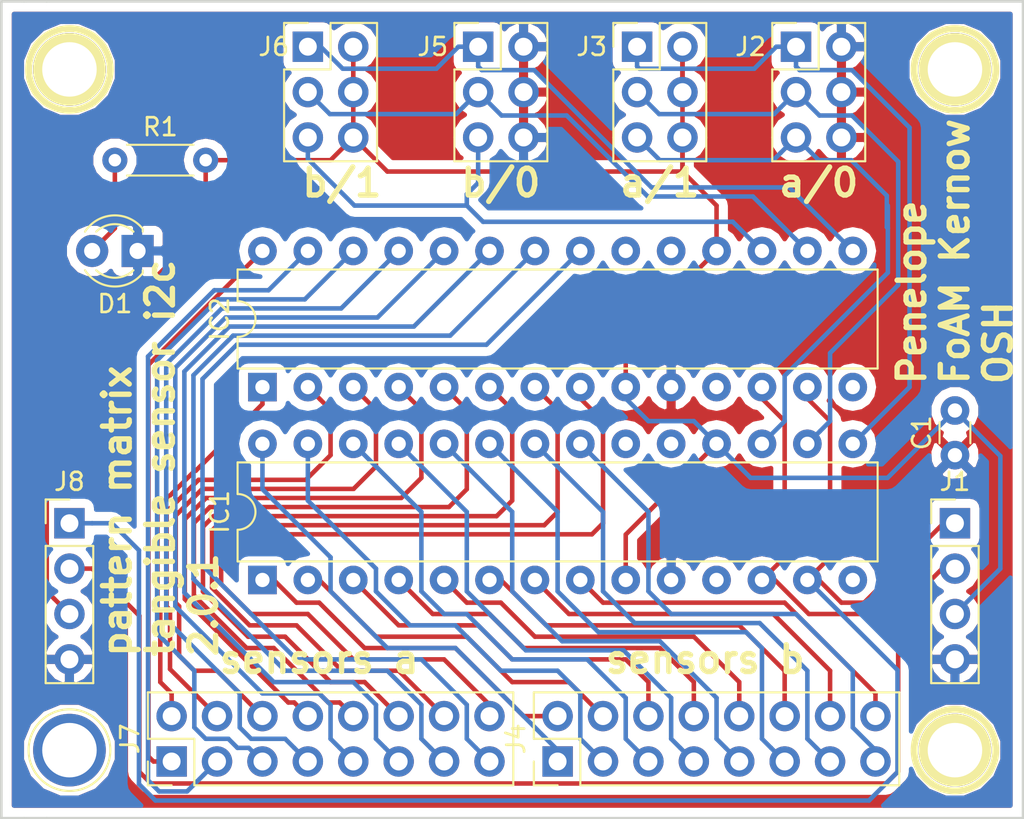
<source format=kicad_pcb>
(kicad_pcb (version 4) (host pcbnew 4.0.6-e0-6349~53~ubuntu14.04.1)

  (general
    (links 75)
    (no_connects 0)
    (area 172.712667 122.8598 232.417334 169.552333)
    (thickness 1.6)
    (drawings 16)
    (tracks 419)
    (zones 0)
    (modules 17)
    (nets 48)
  )

  (page A3)
  (layers
    (0 F.Cu signal hide)
    (31 B.Cu signal)
    (32 B.Adhes user)
    (33 F.Adhes user)
    (34 B.Paste user)
    (35 F.Paste user)
    (36 B.SilkS user)
    (37 F.SilkS user)
    (38 B.Mask user)
    (39 F.Mask user)
    (40 Dwgs.User user)
    (41 Cmts.User user)
    (42 Eco1.User user)
    (43 Eco2.User user)
    (44 Edge.Cuts user)
  )

  (setup
    (last_trace_width 0.254)
    (trace_clearance 0.254)
    (zone_clearance 0.508)
    (zone_45_only no)
    (trace_min 0.254)
    (segment_width 0.2)
    (edge_width 0.15)
    (via_size 0.889)
    (via_drill 0.635)
    (via_min_size 0.889)
    (via_min_drill 0.508)
    (uvia_size 0.508)
    (uvia_drill 0.127)
    (uvias_allowed no)
    (uvia_min_size 0.508)
    (uvia_min_drill 0.127)
    (pcb_text_width 0.3)
    (pcb_text_size 1.5 1.5)
    (mod_edge_width 0.15)
    (mod_text_size 1.5 1.5)
    (mod_text_width 0.15)
    (pad_size 1.524 1.524)
    (pad_drill 0.762)
    (pad_to_mask_clearance 0.2)
    (aux_axis_origin 0 0)
    (visible_elements FFFFEFBF)
    (pcbplotparams
      (layerselection 0x01fff_80000001)
      (usegerberextensions true)
      (excludeedgelayer true)
      (linewidth 0.100000)
      (plotframeref false)
      (viasonmask false)
      (mode 1)
      (useauxorigin false)
      (hpglpennumber 1)
      (hpglpenspeed 20)
      (hpglpendiameter 15)
      (hpglpenoverlay 2)
      (psnegative false)
      (psa4output false)
      (plotreference true)
      (plotvalue true)
      (plotinvisibletext false)
      (padsonsilk false)
      (subtractmaskfromsilk false)
      (outputformat 1)
      (mirror false)
      (drillshape 0)
      (scaleselection 1)
      (outputdirectory ../production/i2c-expander/))
  )

  (net 0 "")
  (net 1 "Net-(C1-Pad1)")
  (net 2 "Net-(C1-Pad2)")
  (net 3 "Net-(IC1-Pad2)")
  (net 4 "Net-(IC1-Pad3)")
  (net 5 "Net-(IC1-Pad4)")
  (net 6 "Net-(IC1-Pad5)")
  (net 7 "Net-(IC1-Pad6)")
  (net 8 "Net-(IC1-Pad7)")
  (net 9 "Net-(IC1-Pad8)")
  (net 10 "Net-(IC1-Pad12)")
  (net 11 "Net-(IC1-Pad13)")
  (net 12 "Net-(IC1-Pad1)")
  (net 13 "Net-(IC1-Pad15)")
  (net 14 "Net-(IC1-Pad16)")
  (net 15 "Net-(IC1-Pad17)")
  (net 16 "Net-(IC1-Pad19)")
  (net 17 "Net-(IC1-Pad20)")
  (net 18 "Net-(IC1-Pad21)")
  (net 19 "Net-(IC1-Pad22)")
  (net 20 "Net-(IC1-Pad23)")
  (net 21 "Net-(IC1-Pad24)")
  (net 22 "Net-(IC1-Pad25)")
  (net 23 "Net-(IC1-Pad26)")
  (net 24 "Net-(IC1-Pad27)")
  (net 25 "Net-(IC1-Pad28)")
  (net 26 "Net-(IC2-Pad2)")
  (net 27 "Net-(IC2-Pad3)")
  (net 28 "Net-(IC2-Pad4)")
  (net 29 "Net-(IC2-Pad5)")
  (net 30 "Net-(IC2-Pad6)")
  (net 31 "Net-(IC2-Pad7)")
  (net 32 "Net-(IC2-Pad8)")
  (net 33 "Net-(IC2-Pad1)")
  (net 34 "Net-(IC2-Pad15)")
  (net 35 "Net-(IC2-Pad16)")
  (net 36 "Net-(IC2-Pad17)")
  (net 37 "Net-(IC2-Pad19)")
  (net 38 "Net-(IC2-Pad20)")
  (net 39 "Net-(IC2-Pad21)")
  (net 40 "Net-(IC2-Pad22)")
  (net 41 "Net-(IC2-Pad23)")
  (net 42 "Net-(IC2-Pad24)")
  (net 43 "Net-(IC2-Pad25)")
  (net 44 "Net-(IC2-Pad26)")
  (net 45 "Net-(IC2-Pad27)")
  (net 46 "Net-(IC2-Pad28)")
  (net 47 "Net-(D1-Pad2)")

  (net_class Default "This is the default net class."
    (clearance 0.254)
    (trace_width 0.254)
    (via_dia 0.889)
    (via_drill 0.635)
    (uvia_dia 0.508)
    (uvia_drill 0.127)
    (add_net "Net-(C1-Pad1)")
    (add_net "Net-(C1-Pad2)")
    (add_net "Net-(D1-Pad2)")
    (add_net "Net-(IC1-Pad1)")
    (add_net "Net-(IC1-Pad12)")
    (add_net "Net-(IC1-Pad13)")
    (add_net "Net-(IC1-Pad15)")
    (add_net "Net-(IC1-Pad16)")
    (add_net "Net-(IC1-Pad17)")
    (add_net "Net-(IC1-Pad19)")
    (add_net "Net-(IC1-Pad2)")
    (add_net "Net-(IC1-Pad20)")
    (add_net "Net-(IC1-Pad21)")
    (add_net "Net-(IC1-Pad22)")
    (add_net "Net-(IC1-Pad23)")
    (add_net "Net-(IC1-Pad24)")
    (add_net "Net-(IC1-Pad25)")
    (add_net "Net-(IC1-Pad26)")
    (add_net "Net-(IC1-Pad27)")
    (add_net "Net-(IC1-Pad28)")
    (add_net "Net-(IC1-Pad3)")
    (add_net "Net-(IC1-Pad4)")
    (add_net "Net-(IC1-Pad5)")
    (add_net "Net-(IC1-Pad6)")
    (add_net "Net-(IC1-Pad7)")
    (add_net "Net-(IC1-Pad8)")
    (add_net "Net-(IC2-Pad1)")
    (add_net "Net-(IC2-Pad15)")
    (add_net "Net-(IC2-Pad16)")
    (add_net "Net-(IC2-Pad17)")
    (add_net "Net-(IC2-Pad19)")
    (add_net "Net-(IC2-Pad2)")
    (add_net "Net-(IC2-Pad20)")
    (add_net "Net-(IC2-Pad21)")
    (add_net "Net-(IC2-Pad22)")
    (add_net "Net-(IC2-Pad23)")
    (add_net "Net-(IC2-Pad24)")
    (add_net "Net-(IC2-Pad25)")
    (add_net "Net-(IC2-Pad26)")
    (add_net "Net-(IC2-Pad27)")
    (add_net "Net-(IC2-Pad28)")
    (add_net "Net-(IC2-Pad3)")
    (add_net "Net-(IC2-Pad4)")
    (add_net "Net-(IC2-Pad5)")
    (add_net "Net-(IC2-Pad6)")
    (add_net "Net-(IC2-Pad7)")
    (add_net "Net-(IC2-Pad8)")
  )

  (module Resistors_THT:R_Axial_DIN0204_L3.6mm_D1.6mm_P5.08mm_Horizontal (layer F.Cu) (tedit 5874F706) (tstamp 592B00CD)
    (at 180.34 132.08)
    (descr "Resistor, Axial_DIN0204 series, Axial, Horizontal, pin pitch=5.08mm, 0.16666666666666666W = 1/6W, length*diameter=3.6*1.6mm^2, http://cdn-reichelt.de/documents/datenblatt/B400/1_4W%23YAG.pdf")
    (tags "Resistor Axial_DIN0204 series Axial Horizontal pin pitch 5.08mm 0.16666666666666666W = 1/6W length 3.6mm diameter 1.6mm")
    (path /592B0925)
    (fp_text reference R1 (at 2.54 -1.86) (layer F.SilkS)
      (effects (font (size 1 1) (thickness 0.15)))
    )
    (fp_text value R (at 2.54 1.86) (layer F.Fab)
      (effects (font (size 1 1) (thickness 0.15)))
    )
    (fp_line (start 0.74 -0.8) (end 0.74 0.8) (layer F.Fab) (width 0.1))
    (fp_line (start 0.74 0.8) (end 4.34 0.8) (layer F.Fab) (width 0.1))
    (fp_line (start 4.34 0.8) (end 4.34 -0.8) (layer F.Fab) (width 0.1))
    (fp_line (start 4.34 -0.8) (end 0.74 -0.8) (layer F.Fab) (width 0.1))
    (fp_line (start 0 0) (end 0.74 0) (layer F.Fab) (width 0.1))
    (fp_line (start 5.08 0) (end 4.34 0) (layer F.Fab) (width 0.1))
    (fp_line (start 0.68 -0.86) (end 4.4 -0.86) (layer F.SilkS) (width 0.12))
    (fp_line (start 0.68 0.86) (end 4.4 0.86) (layer F.SilkS) (width 0.12))
    (fp_line (start -0.95 -1.15) (end -0.95 1.15) (layer F.CrtYd) (width 0.05))
    (fp_line (start -0.95 1.15) (end 6.05 1.15) (layer F.CrtYd) (width 0.05))
    (fp_line (start 6.05 1.15) (end 6.05 -1.15) (layer F.CrtYd) (width 0.05))
    (fp_line (start 6.05 -1.15) (end -0.95 -1.15) (layer F.CrtYd) (width 0.05))
    (pad 1 thru_hole circle (at 0 0) (size 1.4 1.4) (drill 0.7) (layers *.Cu *.Mask)
      (net 47 "Net-(D1-Pad2)"))
    (pad 2 thru_hole oval (at 5.08 0) (size 1.4 1.4) (drill 0.7) (layers *.Cu *.Mask)
      (net 2 "Net-(C1-Pad2)"))
    (model Resistors_THT.3dshapes/R_Axial_DIN0204_L3.6mm_D1.6mm_P5.08mm_Horizontal.wrl
      (at (xyz 0 0 0))
      (scale (xyz 0.393701 0.393701 0.393701))
      (rotate (xyz 0 0 0))
    )
  )

  (module LEDs:LED_D3.0mm (layer F.Cu) (tedit 587A3A7B) (tstamp 592B00C7)
    (at 181.61 137.16 180)
    (descr "LED, diameter 3.0mm, 2 pins")
    (tags "LED diameter 3.0mm 2 pins")
    (path /592B0864)
    (fp_text reference D1 (at 1.27 -2.96 180) (layer F.SilkS)
      (effects (font (size 1 1) (thickness 0.15)))
    )
    (fp_text value LED (at 1.27 2.96 180) (layer F.Fab)
      (effects (font (size 1 1) (thickness 0.15)))
    )
    (fp_arc (start 1.27 0) (end -0.23 -1.16619) (angle 284.3) (layer F.Fab) (width 0.1))
    (fp_arc (start 1.27 0) (end -0.29 -1.235516) (angle 108.8) (layer F.SilkS) (width 0.12))
    (fp_arc (start 1.27 0) (end -0.29 1.235516) (angle -108.8) (layer F.SilkS) (width 0.12))
    (fp_arc (start 1.27 0) (end 0.229039 -1.08) (angle 87.9) (layer F.SilkS) (width 0.12))
    (fp_arc (start 1.27 0) (end 0.229039 1.08) (angle -87.9) (layer F.SilkS) (width 0.12))
    (fp_circle (center 1.27 0) (end 2.77 0) (layer F.Fab) (width 0.1))
    (fp_line (start -0.23 -1.16619) (end -0.23 1.16619) (layer F.Fab) (width 0.1))
    (fp_line (start -0.29 -1.236) (end -0.29 -1.08) (layer F.SilkS) (width 0.12))
    (fp_line (start -0.29 1.08) (end -0.29 1.236) (layer F.SilkS) (width 0.12))
    (fp_line (start -1.15 -2.25) (end -1.15 2.25) (layer F.CrtYd) (width 0.05))
    (fp_line (start -1.15 2.25) (end 3.7 2.25) (layer F.CrtYd) (width 0.05))
    (fp_line (start 3.7 2.25) (end 3.7 -2.25) (layer F.CrtYd) (width 0.05))
    (fp_line (start 3.7 -2.25) (end -1.15 -2.25) (layer F.CrtYd) (width 0.05))
    (pad 1 thru_hole rect (at 0 0 180) (size 1.8 1.8) (drill 0.9) (layers *.Cu *.Mask)
      (net 1 "Net-(C1-Pad1)"))
    (pad 2 thru_hole circle (at 2.54 0 180) (size 1.8 1.8) (drill 0.9) (layers *.Cu *.Mask)
      (net 47 "Net-(D1-Pad2)"))
    (model LEDs.3dshapes/LED_D3.0mm.wrl
      (at (xyz 0 0 0))
      (scale (xyz 0.393701 0.393701 0.393701))
      (rotate (xyz 0 0 0))
    )
  )

  (module 1pin (layer F.Cu) (tedit 592B14A8) (tstamp 592602DE)
    (at 177.8 127)
    (descr "module 1 pin (ou trou mecanique de percage)")
    (tags DEV)
    (path 1pin)
    (fp_text reference "" (at 0 -3.048) (layer F.SilkS)
      (effects (font (size 1.016 1.016) (thickness 0.254)))
    )
    (fp_text value "" (at 0 2.794) (layer F.SilkS) hide
      (effects (font (size 1.016 1.016) (thickness 0.254)))
    )
    (fp_circle (center 0 0) (end 0 -2.286) (layer F.SilkS) (width 0.381))
    (pad 1 thru_hole circle (at 0 0) (size 4.064 4.064) (drill 3.048) (layers *.Cu *.Mask F.SilkS))
  )

  (module 1pin (layer F.Cu) (tedit 592B148B) (tstamp 592602E9)
    (at 227.33 127)
    (descr "module 1 pin (ou trou mecanique de percage)")
    (tags DEV)
    (path 1pin)
    (fp_text reference "" (at 0 -3.048) (layer F.SilkS)
      (effects (font (size 1.016 1.016) (thickness 0.254)))
    )
    (fp_text value "" (at 0 2.794) (layer F.SilkS) hide
      (effects (font (size 1.016 1.016) (thickness 0.254)))
    )
    (fp_circle (center 0 0) (end 0 -2.286) (layer F.SilkS) (width 0.381))
    (pad 1 thru_hole circle (at 0 0) (size 4.064 4.064) (drill 3.048) (layers *.Cu *.Mask F.SilkS))
  )

  (module 1pin (layer F.Cu) (tedit 592B1499) (tstamp 592602F4)
    (at 227.33 165.1)
    (descr "module 1 pin (ou trou mecanique de percage)")
    (tags DEV)
    (path 1pin)
    (fp_text reference "" (at 0 -3.048) (layer F.SilkS)
      (effects (font (size 1.016 1.016) (thickness 0.254)))
    )
    (fp_text value "" (at 0 2.794) (layer F.SilkS) hide
      (effects (font (size 1.016 1.016) (thickness 0.254)))
    )
    (fp_circle (center 0 0) (end 0 -2.286) (layer F.SilkS) (width 0.381))
    (pad 1 thru_hole circle (at 0 0) (size 4.064 4.064) (drill 3.048) (layers *.Cu *.Mask F.SilkS))
  )

  (module Housings_DIP:DIP-28_W7.62mm (layer F.Cu) (tedit 58CC8E2F) (tstamp 592B0162)
    (at 188.595 155.575 90)
    (descr "28-lead dip package, row spacing 7.62 mm (300 mils)")
    (tags "DIL DIP PDIP 2.54mm 7.62mm 300mil")
    (path /5925BE35)
    (fp_text reference IC1 (at 3.81 -2.39 90) (layer F.SilkS)
      (effects (font (size 1 1) (thickness 0.15)))
    )
    (fp_text value MCP23017 (at 3.81 35.41 90) (layer F.Fab)
      (effects (font (size 1 1) (thickness 0.15)))
    )
    (fp_text user %R (at 3.81 16.51 90) (layer F.Fab)
      (effects (font (size 1 1) (thickness 0.15)))
    )
    (fp_line (start 1.635 -1.27) (end 6.985 -1.27) (layer F.Fab) (width 0.1))
    (fp_line (start 6.985 -1.27) (end 6.985 34.29) (layer F.Fab) (width 0.1))
    (fp_line (start 6.985 34.29) (end 0.635 34.29) (layer F.Fab) (width 0.1))
    (fp_line (start 0.635 34.29) (end 0.635 -0.27) (layer F.Fab) (width 0.1))
    (fp_line (start 0.635 -0.27) (end 1.635 -1.27) (layer F.Fab) (width 0.1))
    (fp_line (start 2.81 -1.39) (end 1.04 -1.39) (layer F.SilkS) (width 0.12))
    (fp_line (start 1.04 -1.39) (end 1.04 34.41) (layer F.SilkS) (width 0.12))
    (fp_line (start 1.04 34.41) (end 6.58 34.41) (layer F.SilkS) (width 0.12))
    (fp_line (start 6.58 34.41) (end 6.58 -1.39) (layer F.SilkS) (width 0.12))
    (fp_line (start 6.58 -1.39) (end 4.81 -1.39) (layer F.SilkS) (width 0.12))
    (fp_line (start -1.1 -1.6) (end -1.1 34.6) (layer F.CrtYd) (width 0.05))
    (fp_line (start -1.1 34.6) (end 8.7 34.6) (layer F.CrtYd) (width 0.05))
    (fp_line (start 8.7 34.6) (end 8.7 -1.6) (layer F.CrtYd) (width 0.05))
    (fp_line (start 8.7 -1.6) (end -1.1 -1.6) (layer F.CrtYd) (width 0.05))
    (fp_arc (start 3.81 -1.39) (end 2.81 -1.39) (angle -180) (layer F.SilkS) (width 0.12))
    (pad 1 thru_hole rect (at 0 0 90) (size 1.6 1.6) (drill 0.8) (layers *.Cu *.Mask)
      (net 12 "Net-(IC1-Pad1)"))
    (pad 15 thru_hole oval (at 7.62 33.02 90) (size 1.6 1.6) (drill 0.8) (layers *.Cu *.Mask)
      (net 13 "Net-(IC1-Pad15)"))
    (pad 2 thru_hole oval (at 0 2.54 90) (size 1.6 1.6) (drill 0.8) (layers *.Cu *.Mask)
      (net 3 "Net-(IC1-Pad2)"))
    (pad 16 thru_hole oval (at 7.62 30.48 90) (size 1.6 1.6) (drill 0.8) (layers *.Cu *.Mask)
      (net 14 "Net-(IC1-Pad16)"))
    (pad 3 thru_hole oval (at 0 5.08 90) (size 1.6 1.6) (drill 0.8) (layers *.Cu *.Mask)
      (net 4 "Net-(IC1-Pad3)"))
    (pad 17 thru_hole oval (at 7.62 27.94 90) (size 1.6 1.6) (drill 0.8) (layers *.Cu *.Mask)
      (net 15 "Net-(IC1-Pad17)"))
    (pad 4 thru_hole oval (at 0 7.62 90) (size 1.6 1.6) (drill 0.8) (layers *.Cu *.Mask)
      (net 5 "Net-(IC1-Pad4)"))
    (pad 18 thru_hole oval (at 7.62 25.4 90) (size 1.6 1.6) (drill 0.8) (layers *.Cu *.Mask)
      (net 2 "Net-(C1-Pad2)"))
    (pad 5 thru_hole oval (at 0 10.16 90) (size 1.6 1.6) (drill 0.8) (layers *.Cu *.Mask)
      (net 6 "Net-(IC1-Pad5)"))
    (pad 19 thru_hole oval (at 7.62 22.86 90) (size 1.6 1.6) (drill 0.8) (layers *.Cu *.Mask)
      (net 16 "Net-(IC1-Pad19)"))
    (pad 6 thru_hole oval (at 0 12.7 90) (size 1.6 1.6) (drill 0.8) (layers *.Cu *.Mask)
      (net 7 "Net-(IC1-Pad6)"))
    (pad 20 thru_hole oval (at 7.62 20.32 90) (size 1.6 1.6) (drill 0.8) (layers *.Cu *.Mask)
      (net 17 "Net-(IC1-Pad20)"))
    (pad 7 thru_hole oval (at 0 15.24 90) (size 1.6 1.6) (drill 0.8) (layers *.Cu *.Mask)
      (net 8 "Net-(IC1-Pad7)"))
    (pad 21 thru_hole oval (at 7.62 17.78 90) (size 1.6 1.6) (drill 0.8) (layers *.Cu *.Mask)
      (net 18 "Net-(IC1-Pad21)"))
    (pad 8 thru_hole oval (at 0 17.78 90) (size 1.6 1.6) (drill 0.8) (layers *.Cu *.Mask)
      (net 9 "Net-(IC1-Pad8)"))
    (pad 22 thru_hole oval (at 7.62 15.24 90) (size 1.6 1.6) (drill 0.8) (layers *.Cu *.Mask)
      (net 19 "Net-(IC1-Pad22)"))
    (pad 9 thru_hole oval (at 0 20.32 90) (size 1.6 1.6) (drill 0.8) (layers *.Cu *.Mask)
      (net 2 "Net-(C1-Pad2)"))
    (pad 23 thru_hole oval (at 7.62 12.7 90) (size 1.6 1.6) (drill 0.8) (layers *.Cu *.Mask)
      (net 20 "Net-(IC1-Pad23)"))
    (pad 10 thru_hole oval (at 0 22.86 90) (size 1.6 1.6) (drill 0.8) (layers *.Cu *.Mask)
      (net 1 "Net-(C1-Pad1)"))
    (pad 24 thru_hole oval (at 7.62 10.16 90) (size 1.6 1.6) (drill 0.8) (layers *.Cu *.Mask)
      (net 21 "Net-(IC1-Pad24)"))
    (pad 11 thru_hole oval (at 0 25.4 90) (size 1.6 1.6) (drill 0.8) (layers *.Cu *.Mask))
    (pad 25 thru_hole oval (at 7.62 7.62 90) (size 1.6 1.6) (drill 0.8) (layers *.Cu *.Mask)
      (net 22 "Net-(IC1-Pad25)"))
    (pad 12 thru_hole oval (at 0 27.94 90) (size 1.6 1.6) (drill 0.8) (layers *.Cu *.Mask)
      (net 10 "Net-(IC1-Pad12)"))
    (pad 26 thru_hole oval (at 7.62 5.08 90) (size 1.6 1.6) (drill 0.8) (layers *.Cu *.Mask)
      (net 23 "Net-(IC1-Pad26)"))
    (pad 13 thru_hole oval (at 0 30.48 90) (size 1.6 1.6) (drill 0.8) (layers *.Cu *.Mask)
      (net 11 "Net-(IC1-Pad13)"))
    (pad 27 thru_hole oval (at 7.62 2.54 90) (size 1.6 1.6) (drill 0.8) (layers *.Cu *.Mask)
      (net 24 "Net-(IC1-Pad27)"))
    (pad 14 thru_hole oval (at 0 33.02 90) (size 1.6 1.6) (drill 0.8) (layers *.Cu *.Mask))
    (pad 28 thru_hole oval (at 7.62 0 90) (size 1.6 1.6) (drill 0.8) (layers *.Cu *.Mask)
      (net 25 "Net-(IC1-Pad28)"))
    (model ${KISYS3DMOD}/Housings_DIP.3dshapes/DIP-28_W7.62mm.wrl
      (at (xyz 0 0 0))
      (scale (xyz 1 1 1))
      (rotate (xyz 0 0 0))
    )
  )

  (module Housings_DIP:DIP-28_W7.62mm (layer F.Cu) (tedit 58CC8E2F) (tstamp 592B0181)
    (at 188.595 144.78 90)
    (descr "28-lead dip package, row spacing 7.62 mm (300 mils)")
    (tags "DIL DIP PDIP 2.54mm 7.62mm 300mil")
    (path /5928138E)
    (fp_text reference IC2 (at 3.81 -2.39 90) (layer F.SilkS)
      (effects (font (size 1 1) (thickness 0.15)))
    )
    (fp_text value MCP23017 (at 3.81 35.41 90) (layer F.Fab)
      (effects (font (size 1 1) (thickness 0.15)))
    )
    (fp_text user %R (at 3.81 16.51 90) (layer F.Fab)
      (effects (font (size 1 1) (thickness 0.15)))
    )
    (fp_line (start 1.635 -1.27) (end 6.985 -1.27) (layer F.Fab) (width 0.1))
    (fp_line (start 6.985 -1.27) (end 6.985 34.29) (layer F.Fab) (width 0.1))
    (fp_line (start 6.985 34.29) (end 0.635 34.29) (layer F.Fab) (width 0.1))
    (fp_line (start 0.635 34.29) (end 0.635 -0.27) (layer F.Fab) (width 0.1))
    (fp_line (start 0.635 -0.27) (end 1.635 -1.27) (layer F.Fab) (width 0.1))
    (fp_line (start 2.81 -1.39) (end 1.04 -1.39) (layer F.SilkS) (width 0.12))
    (fp_line (start 1.04 -1.39) (end 1.04 34.41) (layer F.SilkS) (width 0.12))
    (fp_line (start 1.04 34.41) (end 6.58 34.41) (layer F.SilkS) (width 0.12))
    (fp_line (start 6.58 34.41) (end 6.58 -1.39) (layer F.SilkS) (width 0.12))
    (fp_line (start 6.58 -1.39) (end 4.81 -1.39) (layer F.SilkS) (width 0.12))
    (fp_line (start -1.1 -1.6) (end -1.1 34.6) (layer F.CrtYd) (width 0.05))
    (fp_line (start -1.1 34.6) (end 8.7 34.6) (layer F.CrtYd) (width 0.05))
    (fp_line (start 8.7 34.6) (end 8.7 -1.6) (layer F.CrtYd) (width 0.05))
    (fp_line (start 8.7 -1.6) (end -1.1 -1.6) (layer F.CrtYd) (width 0.05))
    (fp_arc (start 3.81 -1.39) (end 2.81 -1.39) (angle -180) (layer F.SilkS) (width 0.12))
    (pad 1 thru_hole rect (at 0 0 90) (size 1.6 1.6) (drill 0.8) (layers *.Cu *.Mask)
      (net 33 "Net-(IC2-Pad1)"))
    (pad 15 thru_hole oval (at 7.62 33.02 90) (size 1.6 1.6) (drill 0.8) (layers *.Cu *.Mask)
      (net 34 "Net-(IC2-Pad15)"))
    (pad 2 thru_hole oval (at 0 2.54 90) (size 1.6 1.6) (drill 0.8) (layers *.Cu *.Mask)
      (net 26 "Net-(IC2-Pad2)"))
    (pad 16 thru_hole oval (at 7.62 30.48 90) (size 1.6 1.6) (drill 0.8) (layers *.Cu *.Mask)
      (net 35 "Net-(IC2-Pad16)"))
    (pad 3 thru_hole oval (at 0 5.08 90) (size 1.6 1.6) (drill 0.8) (layers *.Cu *.Mask)
      (net 27 "Net-(IC2-Pad3)"))
    (pad 17 thru_hole oval (at 7.62 27.94 90) (size 1.6 1.6) (drill 0.8) (layers *.Cu *.Mask)
      (net 36 "Net-(IC2-Pad17)"))
    (pad 4 thru_hole oval (at 0 7.62 90) (size 1.6 1.6) (drill 0.8) (layers *.Cu *.Mask)
      (net 28 "Net-(IC2-Pad4)"))
    (pad 18 thru_hole oval (at 7.62 25.4 90) (size 1.6 1.6) (drill 0.8) (layers *.Cu *.Mask)
      (net 2 "Net-(C1-Pad2)"))
    (pad 5 thru_hole oval (at 0 10.16 90) (size 1.6 1.6) (drill 0.8) (layers *.Cu *.Mask)
      (net 29 "Net-(IC2-Pad5)"))
    (pad 19 thru_hole oval (at 7.62 22.86 90) (size 1.6 1.6) (drill 0.8) (layers *.Cu *.Mask)
      (net 37 "Net-(IC2-Pad19)"))
    (pad 6 thru_hole oval (at 0 12.7 90) (size 1.6 1.6) (drill 0.8) (layers *.Cu *.Mask)
      (net 30 "Net-(IC2-Pad6)"))
    (pad 20 thru_hole oval (at 7.62 20.32 90) (size 1.6 1.6) (drill 0.8) (layers *.Cu *.Mask)
      (net 38 "Net-(IC2-Pad20)"))
    (pad 7 thru_hole oval (at 0 15.24 90) (size 1.6 1.6) (drill 0.8) (layers *.Cu *.Mask)
      (net 31 "Net-(IC2-Pad7)"))
    (pad 21 thru_hole oval (at 7.62 17.78 90) (size 1.6 1.6) (drill 0.8) (layers *.Cu *.Mask)
      (net 39 "Net-(IC2-Pad21)"))
    (pad 8 thru_hole oval (at 0 17.78 90) (size 1.6 1.6) (drill 0.8) (layers *.Cu *.Mask)
      (net 32 "Net-(IC2-Pad8)"))
    (pad 22 thru_hole oval (at 7.62 15.24 90) (size 1.6 1.6) (drill 0.8) (layers *.Cu *.Mask)
      (net 40 "Net-(IC2-Pad22)"))
    (pad 9 thru_hole oval (at 0 20.32 90) (size 1.6 1.6) (drill 0.8) (layers *.Cu *.Mask)
      (net 2 "Net-(C1-Pad2)"))
    (pad 23 thru_hole oval (at 7.62 12.7 90) (size 1.6 1.6) (drill 0.8) (layers *.Cu *.Mask)
      (net 41 "Net-(IC2-Pad23)"))
    (pad 10 thru_hole oval (at 0 22.86 90) (size 1.6 1.6) (drill 0.8) (layers *.Cu *.Mask)
      (net 1 "Net-(C1-Pad1)"))
    (pad 24 thru_hole oval (at 7.62 10.16 90) (size 1.6 1.6) (drill 0.8) (layers *.Cu *.Mask)
      (net 42 "Net-(IC2-Pad24)"))
    (pad 11 thru_hole oval (at 0 25.4 90) (size 1.6 1.6) (drill 0.8) (layers *.Cu *.Mask))
    (pad 25 thru_hole oval (at 7.62 7.62 90) (size 1.6 1.6) (drill 0.8) (layers *.Cu *.Mask)
      (net 43 "Net-(IC2-Pad25)"))
    (pad 12 thru_hole oval (at 0 27.94 90) (size 1.6 1.6) (drill 0.8) (layers *.Cu *.Mask)
      (net 10 "Net-(IC1-Pad12)"))
    (pad 26 thru_hole oval (at 7.62 5.08 90) (size 1.6 1.6) (drill 0.8) (layers *.Cu *.Mask)
      (net 44 "Net-(IC2-Pad26)"))
    (pad 13 thru_hole oval (at 0 30.48 90) (size 1.6 1.6) (drill 0.8) (layers *.Cu *.Mask)
      (net 11 "Net-(IC1-Pad13)"))
    (pad 27 thru_hole oval (at 7.62 2.54 90) (size 1.6 1.6) (drill 0.8) (layers *.Cu *.Mask)
      (net 45 "Net-(IC2-Pad27)"))
    (pad 14 thru_hole oval (at 0 33.02 90) (size 1.6 1.6) (drill 0.8) (layers *.Cu *.Mask))
    (pad 28 thru_hole oval (at 7.62 0 90) (size 1.6 1.6) (drill 0.8) (layers *.Cu *.Mask)
      (net 46 "Net-(IC2-Pad28)"))
    (model ${KISYS3DMOD}/Housings_DIP.3dshapes/DIP-28_W7.62mm.wrl
      (at (xyz 0 0 0))
      (scale (xyz 1 1 1))
      (rotate (xyz 0 0 0))
    )
  )

  (module Capacitors_THT:C_Disc_D3.0mm_W1.6mm_P2.50mm (layer F.Cu) (tedit 5920C254) (tstamp 592B1096)
    (at 227.33 148.59 90)
    (descr "C, Disc series, Radial, pin pitch=2.50mm, , diameter*width=3.0*1.6mm^2, Capacitor, http://www.vishay.com/docs/45233/krseries.pdf")
    (tags "C Disc series Radial pin pitch 2.50mm  diameter 3.0mm width 1.6mm Capacitor")
    (path /5925BEB5)
    (fp_text reference C1 (at 1.25 -1.86 90) (layer F.SilkS)
      (effects (font (size 1 1) (thickness 0.15)))
    )
    (fp_text value C (at 1.25 1.86 90) (layer F.Fab)
      (effects (font (size 1 1) (thickness 0.15)))
    )
    (fp_text user %R (at 1.25 0 90) (layer F.Fab)
      (effects (font (size 0.7 0.7) (thickness 0.105)))
    )
    (fp_line (start -0.25 -0.8) (end -0.25 0.8) (layer F.Fab) (width 0.1))
    (fp_line (start -0.25 0.8) (end 2.75 0.8) (layer F.Fab) (width 0.1))
    (fp_line (start 2.75 0.8) (end 2.75 -0.8) (layer F.Fab) (width 0.1))
    (fp_line (start 2.75 -0.8) (end -0.25 -0.8) (layer F.Fab) (width 0.1))
    (fp_line (start 0.663 -0.861) (end 1.837 -0.861) (layer F.SilkS) (width 0.12))
    (fp_line (start 0.663 0.861) (end 1.837 0.861) (layer F.SilkS) (width 0.12))
    (fp_line (start -1.05 -1.15) (end -1.05 1.15) (layer F.CrtYd) (width 0.05))
    (fp_line (start -1.05 1.15) (end 3.55 1.15) (layer F.CrtYd) (width 0.05))
    (fp_line (start 3.55 1.15) (end 3.55 -1.15) (layer F.CrtYd) (width 0.05))
    (fp_line (start 3.55 -1.15) (end -1.05 -1.15) (layer F.CrtYd) (width 0.05))
    (pad 1 thru_hole circle (at 0 0 90) (size 1.6 1.6) (drill 0.8) (layers *.Cu *.Mask)
      (net 1 "Net-(C1-Pad1)"))
    (pad 2 thru_hole circle (at 2.5 0 90) (size 1.6 1.6) (drill 0.8) (layers *.Cu *.Mask)
      (net 2 "Net-(C1-Pad2)"))
    (model ${KISYS3DMOD}/Capacitors_THT.3dshapes/C_Disc_D3.0mm_W1.6mm_P2.50mm.wrl
      (at (xyz 0 0 0))
      (scale (xyz 0.393701 0.393701 0.393701))
      (rotate (xyz 0 0 0))
    )
  )

  (module Connectors:1pin (layer F.Cu) (tedit 592B1E4E) (tstamp 592B1D87)
    (at 177.8 165.1)
    (descr "module 1 pin (ou trou mecanique de percage)")
    (tags DEV)
    (fp_text reference "" (at 0 -3.048) (layer F.SilkS)
      (effects (font (size 1 1) (thickness 0.15)))
    )
    (fp_text value "" (at 0 3) (layer F.Fab)
      (effects (font (size 1 1) (thickness 0.15)))
    )
    (fp_circle (center 0 0) (end 2 0.8) (layer F.Fab) (width 0.1))
    (fp_circle (center 0 0) (end 2.6 0) (layer F.CrtYd) (width 0.05))
    (fp_circle (center 0 0) (end 0 -2.286) (layer F.SilkS) (width 0.12))
    (pad 1 thru_hole circle (at 0 0) (size 4.064 4.064) (drill 3.048) (layers *.Cu *.Mask))
  )

  (module Pin_Headers:Pin_Header_Straight_2x03_Pitch2.54mm (layer F.Cu) (tedit 58CD4EC5) (tstamp 592E8A4A)
    (at 218.44 125.73)
    (descr "Through hole straight pin header, 2x03, 2.54mm pitch, double rows")
    (tags "Through hole pin header THT 2x03 2.54mm double row")
    (path /592EA273)
    (fp_text reference J2 (at -2.54 0) (layer F.SilkS)
      (effects (font (size 1 1) (thickness 0.15)))
    )
    (fp_text value CONN_02X03 (at 1.27 7.41) (layer F.Fab)
      (effects (font (size 1 1) (thickness 0.15)))
    )
    (fp_line (start -1.27 -1.27) (end -1.27 6.35) (layer F.Fab) (width 0.1))
    (fp_line (start -1.27 6.35) (end 3.81 6.35) (layer F.Fab) (width 0.1))
    (fp_line (start 3.81 6.35) (end 3.81 -1.27) (layer F.Fab) (width 0.1))
    (fp_line (start 3.81 -1.27) (end -1.27 -1.27) (layer F.Fab) (width 0.1))
    (fp_line (start -1.33 1.27) (end -1.33 6.41) (layer F.SilkS) (width 0.12))
    (fp_line (start -1.33 6.41) (end 3.87 6.41) (layer F.SilkS) (width 0.12))
    (fp_line (start 3.87 6.41) (end 3.87 -1.33) (layer F.SilkS) (width 0.12))
    (fp_line (start 3.87 -1.33) (end 1.27 -1.33) (layer F.SilkS) (width 0.12))
    (fp_line (start 1.27 -1.33) (end 1.27 1.27) (layer F.SilkS) (width 0.12))
    (fp_line (start 1.27 1.27) (end -1.33 1.27) (layer F.SilkS) (width 0.12))
    (fp_line (start -1.33 0) (end -1.33 -1.33) (layer F.SilkS) (width 0.12))
    (fp_line (start -1.33 -1.33) (end 0 -1.33) (layer F.SilkS) (width 0.12))
    (fp_line (start -1.8 -1.8) (end -1.8 6.85) (layer F.CrtYd) (width 0.05))
    (fp_line (start -1.8 6.85) (end 4.35 6.85) (layer F.CrtYd) (width 0.05))
    (fp_line (start 4.35 6.85) (end 4.35 -1.8) (layer F.CrtYd) (width 0.05))
    (fp_line (start 4.35 -1.8) (end -1.8 -1.8) (layer F.CrtYd) (width 0.05))
    (fp_text user %R (at 1.27 -2.33) (layer F.Fab)
      (effects (font (size 1 1) (thickness 0.15)))
    )
    (pad 1 thru_hole rect (at 0 0) (size 1.7 1.7) (drill 1) (layers *.Cu *.Mask)
      (net 13 "Net-(IC1-Pad15)"))
    (pad 2 thru_hole oval (at 2.54 0) (size 1.7 1.7) (drill 1) (layers *.Cu *.Mask)
      (net 1 "Net-(C1-Pad1)"))
    (pad 3 thru_hole oval (at 0 2.54) (size 1.7 1.7) (drill 1) (layers *.Cu *.Mask)
      (net 14 "Net-(IC1-Pad16)"))
    (pad 4 thru_hole oval (at 2.54 2.54) (size 1.7 1.7) (drill 1) (layers *.Cu *.Mask)
      (net 1 "Net-(C1-Pad1)"))
    (pad 5 thru_hole oval (at 0 5.08) (size 1.7 1.7) (drill 1) (layers *.Cu *.Mask)
      (net 15 "Net-(IC1-Pad17)"))
    (pad 6 thru_hole oval (at 2.54 5.08) (size 1.7 1.7) (drill 1) (layers *.Cu *.Mask)
      (net 1 "Net-(C1-Pad1)"))
    (model ${KISYS3DMOD}/Pin_Headers.3dshapes/Pin_Header_Straight_2x03_Pitch2.54mm.wrl
      (at (xyz 0.05 -0.1 0))
      (scale (xyz 1 1 1))
      (rotate (xyz 0 0 90))
    )
  )

  (module Pin_Headers:Pin_Header_Straight_2x03_Pitch2.54mm (layer F.Cu) (tedit 58CD4EC5) (tstamp 592E8A54)
    (at 209.55 125.73)
    (descr "Through hole straight pin header, 2x03, 2.54mm pitch, double rows")
    (tags "Through hole pin header THT 2x03 2.54mm double row")
    (path /592EA2DB)
    (fp_text reference J3 (at -2.54 0) (layer F.SilkS)
      (effects (font (size 1 1) (thickness 0.15)))
    )
    (fp_text value CONN_02X03 (at 1.27 7.41) (layer F.Fab)
      (effects (font (size 1 1) (thickness 0.15)))
    )
    (fp_line (start -1.27 -1.27) (end -1.27 6.35) (layer F.Fab) (width 0.1))
    (fp_line (start -1.27 6.35) (end 3.81 6.35) (layer F.Fab) (width 0.1))
    (fp_line (start 3.81 6.35) (end 3.81 -1.27) (layer F.Fab) (width 0.1))
    (fp_line (start 3.81 -1.27) (end -1.27 -1.27) (layer F.Fab) (width 0.1))
    (fp_line (start -1.33 1.27) (end -1.33 6.41) (layer F.SilkS) (width 0.12))
    (fp_line (start -1.33 6.41) (end 3.87 6.41) (layer F.SilkS) (width 0.12))
    (fp_line (start 3.87 6.41) (end 3.87 -1.33) (layer F.SilkS) (width 0.12))
    (fp_line (start 3.87 -1.33) (end 1.27 -1.33) (layer F.SilkS) (width 0.12))
    (fp_line (start 1.27 -1.33) (end 1.27 1.27) (layer F.SilkS) (width 0.12))
    (fp_line (start 1.27 1.27) (end -1.33 1.27) (layer F.SilkS) (width 0.12))
    (fp_line (start -1.33 0) (end -1.33 -1.33) (layer F.SilkS) (width 0.12))
    (fp_line (start -1.33 -1.33) (end 0 -1.33) (layer F.SilkS) (width 0.12))
    (fp_line (start -1.8 -1.8) (end -1.8 6.85) (layer F.CrtYd) (width 0.05))
    (fp_line (start -1.8 6.85) (end 4.35 6.85) (layer F.CrtYd) (width 0.05))
    (fp_line (start 4.35 6.85) (end 4.35 -1.8) (layer F.CrtYd) (width 0.05))
    (fp_line (start 4.35 -1.8) (end -1.8 -1.8) (layer F.CrtYd) (width 0.05))
    (fp_text user %R (at 1.27 -2.33) (layer F.Fab)
      (effects (font (size 1 1) (thickness 0.15)))
    )
    (pad 1 thru_hole rect (at 0 0) (size 1.7 1.7) (drill 1) (layers *.Cu *.Mask)
      (net 13 "Net-(IC1-Pad15)"))
    (pad 2 thru_hole oval (at 2.54 0) (size 1.7 1.7) (drill 1) (layers *.Cu *.Mask)
      (net 2 "Net-(C1-Pad2)"))
    (pad 3 thru_hole oval (at 0 2.54) (size 1.7 1.7) (drill 1) (layers *.Cu *.Mask)
      (net 14 "Net-(IC1-Pad16)"))
    (pad 4 thru_hole oval (at 2.54 2.54) (size 1.7 1.7) (drill 1) (layers *.Cu *.Mask)
      (net 2 "Net-(C1-Pad2)"))
    (pad 5 thru_hole oval (at 0 5.08) (size 1.7 1.7) (drill 1) (layers *.Cu *.Mask)
      (net 15 "Net-(IC1-Pad17)"))
    (pad 6 thru_hole oval (at 2.54 5.08) (size 1.7 1.7) (drill 1) (layers *.Cu *.Mask)
      (net 2 "Net-(C1-Pad2)"))
    (model ${KISYS3DMOD}/Pin_Headers.3dshapes/Pin_Header_Straight_2x03_Pitch2.54mm.wrl
      (at (xyz 0.05 -0.1 0))
      (scale (xyz 1 1 1))
      (rotate (xyz 0 0 90))
    )
  )

  (module Pin_Headers:Pin_Header_Straight_2x08_Pitch2.54mm (layer F.Cu) (tedit 58CD4EC5) (tstamp 592E8A68)
    (at 205.105 165.735 90)
    (descr "Through hole straight pin header, 2x08, 2.54mm pitch, double rows")
    (tags "Through hole pin header THT 2x08 2.54mm double row")
    (path /592EB501)
    (fp_text reference J4 (at 1.27 -2.33 90) (layer F.SilkS)
      (effects (font (size 1 1) (thickness 0.15)))
    )
    (fp_text value CONN_02X08 (at 1.27 20.11 90) (layer F.Fab)
      (effects (font (size 1 1) (thickness 0.15)))
    )
    (fp_line (start -1.27 -1.27) (end -1.27 19.05) (layer F.Fab) (width 0.1))
    (fp_line (start -1.27 19.05) (end 3.81 19.05) (layer F.Fab) (width 0.1))
    (fp_line (start 3.81 19.05) (end 3.81 -1.27) (layer F.Fab) (width 0.1))
    (fp_line (start 3.81 -1.27) (end -1.27 -1.27) (layer F.Fab) (width 0.1))
    (fp_line (start -1.33 1.27) (end -1.33 19.11) (layer F.SilkS) (width 0.12))
    (fp_line (start -1.33 19.11) (end 3.87 19.11) (layer F.SilkS) (width 0.12))
    (fp_line (start 3.87 19.11) (end 3.87 -1.33) (layer F.SilkS) (width 0.12))
    (fp_line (start 3.87 -1.33) (end 1.27 -1.33) (layer F.SilkS) (width 0.12))
    (fp_line (start 1.27 -1.33) (end 1.27 1.27) (layer F.SilkS) (width 0.12))
    (fp_line (start 1.27 1.27) (end -1.33 1.27) (layer F.SilkS) (width 0.12))
    (fp_line (start -1.33 0) (end -1.33 -1.33) (layer F.SilkS) (width 0.12))
    (fp_line (start -1.33 -1.33) (end 0 -1.33) (layer F.SilkS) (width 0.12))
    (fp_line (start -1.8 -1.8) (end -1.8 19.55) (layer F.CrtYd) (width 0.05))
    (fp_line (start -1.8 19.55) (end 4.35 19.55) (layer F.CrtYd) (width 0.05))
    (fp_line (start 4.35 19.55) (end 4.35 -1.8) (layer F.CrtYd) (width 0.05))
    (fp_line (start 4.35 -1.8) (end -1.8 -1.8) (layer F.CrtYd) (width 0.05))
    (fp_text user %R (at 1.27 -2.33 90) (layer F.Fab)
      (effects (font (size 1 1) (thickness 0.15)))
    )
    (pad 1 thru_hole rect (at 0 0 90) (size 1.7 1.7) (drill 1) (layers *.Cu *.Mask)
      (net 25 "Net-(IC1-Pad28)"))
    (pad 2 thru_hole oval (at 2.54 0 90) (size 1.7 1.7) (drill 1) (layers *.Cu *.Mask)
      (net 12 "Net-(IC1-Pad1)"))
    (pad 3 thru_hole oval (at 0 2.54 90) (size 1.7 1.7) (drill 1) (layers *.Cu *.Mask)
      (net 24 "Net-(IC1-Pad27)"))
    (pad 4 thru_hole oval (at 2.54 2.54 90) (size 1.7 1.7) (drill 1) (layers *.Cu *.Mask)
      (net 3 "Net-(IC1-Pad2)"))
    (pad 5 thru_hole oval (at 0 5.08 90) (size 1.7 1.7) (drill 1) (layers *.Cu *.Mask)
      (net 23 "Net-(IC1-Pad26)"))
    (pad 6 thru_hole oval (at 2.54 5.08 90) (size 1.7 1.7) (drill 1) (layers *.Cu *.Mask)
      (net 4 "Net-(IC1-Pad3)"))
    (pad 7 thru_hole oval (at 0 7.62 90) (size 1.7 1.7) (drill 1) (layers *.Cu *.Mask)
      (net 22 "Net-(IC1-Pad25)"))
    (pad 8 thru_hole oval (at 2.54 7.62 90) (size 1.7 1.7) (drill 1) (layers *.Cu *.Mask)
      (net 5 "Net-(IC1-Pad4)"))
    (pad 9 thru_hole oval (at 0 10.16 90) (size 1.7 1.7) (drill 1) (layers *.Cu *.Mask)
      (net 21 "Net-(IC1-Pad24)"))
    (pad 10 thru_hole oval (at 2.54 10.16 90) (size 1.7 1.7) (drill 1) (layers *.Cu *.Mask)
      (net 6 "Net-(IC1-Pad5)"))
    (pad 11 thru_hole oval (at 0 12.7 90) (size 1.7 1.7) (drill 1) (layers *.Cu *.Mask)
      (net 20 "Net-(IC1-Pad23)"))
    (pad 12 thru_hole oval (at 2.54 12.7 90) (size 1.7 1.7) (drill 1) (layers *.Cu *.Mask)
      (net 7 "Net-(IC1-Pad6)"))
    (pad 13 thru_hole oval (at 0 15.24 90) (size 1.7 1.7) (drill 1) (layers *.Cu *.Mask)
      (net 19 "Net-(IC1-Pad22)"))
    (pad 14 thru_hole oval (at 2.54 15.24 90) (size 1.7 1.7) (drill 1) (layers *.Cu *.Mask)
      (net 8 "Net-(IC1-Pad7)"))
    (pad 15 thru_hole oval (at 0 17.78 90) (size 1.7 1.7) (drill 1) (layers *.Cu *.Mask)
      (net 18 "Net-(IC1-Pad21)"))
    (pad 16 thru_hole oval (at 2.54 17.78 90) (size 1.7 1.7) (drill 1) (layers *.Cu *.Mask)
      (net 9 "Net-(IC1-Pad8)"))
    (model ${KISYS3DMOD}/Pin_Headers.3dshapes/Pin_Header_Straight_2x08_Pitch2.54mm.wrl
      (at (xyz 0.05 -0.35 0))
      (scale (xyz 1 1 1))
      (rotate (xyz 0 0 90))
    )
  )

  (module Pin_Headers:Pin_Header_Straight_2x03_Pitch2.54mm (layer F.Cu) (tedit 58CD4EC5) (tstamp 592E8A72)
    (at 200.66 125.73)
    (descr "Through hole straight pin header, 2x03, 2.54mm pitch, double rows")
    (tags "Through hole pin header THT 2x03 2.54mm double row")
    (path /592E9421)
    (fp_text reference J5 (at -2.54 0) (layer F.SilkS)
      (effects (font (size 1 1) (thickness 0.15)))
    )
    (fp_text value CONN_02X03 (at 1.27 7.41) (layer F.Fab)
      (effects (font (size 1 1) (thickness 0.15)))
    )
    (fp_line (start -1.27 -1.27) (end -1.27 6.35) (layer F.Fab) (width 0.1))
    (fp_line (start -1.27 6.35) (end 3.81 6.35) (layer F.Fab) (width 0.1))
    (fp_line (start 3.81 6.35) (end 3.81 -1.27) (layer F.Fab) (width 0.1))
    (fp_line (start 3.81 -1.27) (end -1.27 -1.27) (layer F.Fab) (width 0.1))
    (fp_line (start -1.33 1.27) (end -1.33 6.41) (layer F.SilkS) (width 0.12))
    (fp_line (start -1.33 6.41) (end 3.87 6.41) (layer F.SilkS) (width 0.12))
    (fp_line (start 3.87 6.41) (end 3.87 -1.33) (layer F.SilkS) (width 0.12))
    (fp_line (start 3.87 -1.33) (end 1.27 -1.33) (layer F.SilkS) (width 0.12))
    (fp_line (start 1.27 -1.33) (end 1.27 1.27) (layer F.SilkS) (width 0.12))
    (fp_line (start 1.27 1.27) (end -1.33 1.27) (layer F.SilkS) (width 0.12))
    (fp_line (start -1.33 0) (end -1.33 -1.33) (layer F.SilkS) (width 0.12))
    (fp_line (start -1.33 -1.33) (end 0 -1.33) (layer F.SilkS) (width 0.12))
    (fp_line (start -1.8 -1.8) (end -1.8 6.85) (layer F.CrtYd) (width 0.05))
    (fp_line (start -1.8 6.85) (end 4.35 6.85) (layer F.CrtYd) (width 0.05))
    (fp_line (start 4.35 6.85) (end 4.35 -1.8) (layer F.CrtYd) (width 0.05))
    (fp_line (start 4.35 -1.8) (end -1.8 -1.8) (layer F.CrtYd) (width 0.05))
    (fp_text user %R (at 1.27 -2.33) (layer F.Fab)
      (effects (font (size 1 1) (thickness 0.15)))
    )
    (pad 1 thru_hole rect (at 0 0) (size 1.7 1.7) (drill 1) (layers *.Cu *.Mask)
      (net 34 "Net-(IC2-Pad15)"))
    (pad 2 thru_hole oval (at 2.54 0) (size 1.7 1.7) (drill 1) (layers *.Cu *.Mask)
      (net 1 "Net-(C1-Pad1)"))
    (pad 3 thru_hole oval (at 0 2.54) (size 1.7 1.7) (drill 1) (layers *.Cu *.Mask)
      (net 35 "Net-(IC2-Pad16)"))
    (pad 4 thru_hole oval (at 2.54 2.54) (size 1.7 1.7) (drill 1) (layers *.Cu *.Mask)
      (net 1 "Net-(C1-Pad1)"))
    (pad 5 thru_hole oval (at 0 5.08) (size 1.7 1.7) (drill 1) (layers *.Cu *.Mask)
      (net 36 "Net-(IC2-Pad17)"))
    (pad 6 thru_hole oval (at 2.54 5.08) (size 1.7 1.7) (drill 1) (layers *.Cu *.Mask)
      (net 1 "Net-(C1-Pad1)"))
    (model ${KISYS3DMOD}/Pin_Headers.3dshapes/Pin_Header_Straight_2x03_Pitch2.54mm.wrl
      (at (xyz 0.05 -0.1 0))
      (scale (xyz 1 1 1))
      (rotate (xyz 0 0 90))
    )
  )

  (module Pin_Headers:Pin_Header_Straight_2x03_Pitch2.54mm (layer F.Cu) (tedit 58CD4EC5) (tstamp 592E8A7C)
    (at 191.135 125.73)
    (descr "Through hole straight pin header, 2x03, 2.54mm pitch, double rows")
    (tags "Through hole pin header THT 2x03 2.54mm double row")
    (path /592E9491)
    (fp_text reference J6 (at -1.905 0) (layer F.SilkS)
      (effects (font (size 1 1) (thickness 0.15)))
    )
    (fp_text value CONN_02X03 (at 1.27 7.41) (layer F.Fab)
      (effects (font (size 1 1) (thickness 0.15)))
    )
    (fp_line (start -1.27 -1.27) (end -1.27 6.35) (layer F.Fab) (width 0.1))
    (fp_line (start -1.27 6.35) (end 3.81 6.35) (layer F.Fab) (width 0.1))
    (fp_line (start 3.81 6.35) (end 3.81 -1.27) (layer F.Fab) (width 0.1))
    (fp_line (start 3.81 -1.27) (end -1.27 -1.27) (layer F.Fab) (width 0.1))
    (fp_line (start -1.33 1.27) (end -1.33 6.41) (layer F.SilkS) (width 0.12))
    (fp_line (start -1.33 6.41) (end 3.87 6.41) (layer F.SilkS) (width 0.12))
    (fp_line (start 3.87 6.41) (end 3.87 -1.33) (layer F.SilkS) (width 0.12))
    (fp_line (start 3.87 -1.33) (end 1.27 -1.33) (layer F.SilkS) (width 0.12))
    (fp_line (start 1.27 -1.33) (end 1.27 1.27) (layer F.SilkS) (width 0.12))
    (fp_line (start 1.27 1.27) (end -1.33 1.27) (layer F.SilkS) (width 0.12))
    (fp_line (start -1.33 0) (end -1.33 -1.33) (layer F.SilkS) (width 0.12))
    (fp_line (start -1.33 -1.33) (end 0 -1.33) (layer F.SilkS) (width 0.12))
    (fp_line (start -1.8 -1.8) (end -1.8 6.85) (layer F.CrtYd) (width 0.05))
    (fp_line (start -1.8 6.85) (end 4.35 6.85) (layer F.CrtYd) (width 0.05))
    (fp_line (start 4.35 6.85) (end 4.35 -1.8) (layer F.CrtYd) (width 0.05))
    (fp_line (start 4.35 -1.8) (end -1.8 -1.8) (layer F.CrtYd) (width 0.05))
    (fp_text user %R (at 1.27 -2.33) (layer F.Fab)
      (effects (font (size 1 1) (thickness 0.15)))
    )
    (pad 1 thru_hole rect (at 0 0) (size 1.7 1.7) (drill 1) (layers *.Cu *.Mask)
      (net 34 "Net-(IC2-Pad15)"))
    (pad 2 thru_hole oval (at 2.54 0) (size 1.7 1.7) (drill 1) (layers *.Cu *.Mask)
      (net 2 "Net-(C1-Pad2)"))
    (pad 3 thru_hole oval (at 0 2.54) (size 1.7 1.7) (drill 1) (layers *.Cu *.Mask)
      (net 35 "Net-(IC2-Pad16)"))
    (pad 4 thru_hole oval (at 2.54 2.54) (size 1.7 1.7) (drill 1) (layers *.Cu *.Mask)
      (net 2 "Net-(C1-Pad2)"))
    (pad 5 thru_hole oval (at 0 5.08) (size 1.7 1.7) (drill 1) (layers *.Cu *.Mask)
      (net 36 "Net-(IC2-Pad17)"))
    (pad 6 thru_hole oval (at 2.54 5.08) (size 1.7 1.7) (drill 1) (layers *.Cu *.Mask)
      (net 2 "Net-(C1-Pad2)"))
    (model ${KISYS3DMOD}/Pin_Headers.3dshapes/Pin_Header_Straight_2x03_Pitch2.54mm.wrl
      (at (xyz 0.05 -0.1 0))
      (scale (xyz 1 1 1))
      (rotate (xyz 0 0 90))
    )
  )

  (module Pin_Headers:Pin_Header_Straight_2x08_Pitch2.54mm (layer F.Cu) (tedit 58CD4EC5) (tstamp 592E8A90)
    (at 183.515 165.735 90)
    (descr "Through hole straight pin header, 2x08, 2.54mm pitch, double rows")
    (tags "Through hole pin header THT 2x08 2.54mm double row")
    (path /592EC60C)
    (fp_text reference J7 (at 1.27 -2.33 90) (layer F.SilkS)
      (effects (font (size 1 1) (thickness 0.15)))
    )
    (fp_text value CONN_02X08 (at 1.27 20.11 90) (layer F.Fab)
      (effects (font (size 1 1) (thickness 0.15)))
    )
    (fp_line (start -1.27 -1.27) (end -1.27 19.05) (layer F.Fab) (width 0.1))
    (fp_line (start -1.27 19.05) (end 3.81 19.05) (layer F.Fab) (width 0.1))
    (fp_line (start 3.81 19.05) (end 3.81 -1.27) (layer F.Fab) (width 0.1))
    (fp_line (start 3.81 -1.27) (end -1.27 -1.27) (layer F.Fab) (width 0.1))
    (fp_line (start -1.33 1.27) (end -1.33 19.11) (layer F.SilkS) (width 0.12))
    (fp_line (start -1.33 19.11) (end 3.87 19.11) (layer F.SilkS) (width 0.12))
    (fp_line (start 3.87 19.11) (end 3.87 -1.33) (layer F.SilkS) (width 0.12))
    (fp_line (start 3.87 -1.33) (end 1.27 -1.33) (layer F.SilkS) (width 0.12))
    (fp_line (start 1.27 -1.33) (end 1.27 1.27) (layer F.SilkS) (width 0.12))
    (fp_line (start 1.27 1.27) (end -1.33 1.27) (layer F.SilkS) (width 0.12))
    (fp_line (start -1.33 0) (end -1.33 -1.33) (layer F.SilkS) (width 0.12))
    (fp_line (start -1.33 -1.33) (end 0 -1.33) (layer F.SilkS) (width 0.12))
    (fp_line (start -1.8 -1.8) (end -1.8 19.55) (layer F.CrtYd) (width 0.05))
    (fp_line (start -1.8 19.55) (end 4.35 19.55) (layer F.CrtYd) (width 0.05))
    (fp_line (start 4.35 19.55) (end 4.35 -1.8) (layer F.CrtYd) (width 0.05))
    (fp_line (start 4.35 -1.8) (end -1.8 -1.8) (layer F.CrtYd) (width 0.05))
    (fp_text user %R (at 1.27 -2.33 90) (layer F.Fab)
      (effects (font (size 1 1) (thickness 0.15)))
    )
    (pad 1 thru_hole rect (at 0 0 90) (size 1.7 1.7) (drill 1) (layers *.Cu *.Mask)
      (net 46 "Net-(IC2-Pad28)"))
    (pad 2 thru_hole oval (at 2.54 0 90) (size 1.7 1.7) (drill 1) (layers *.Cu *.Mask)
      (net 33 "Net-(IC2-Pad1)"))
    (pad 3 thru_hole oval (at 0 2.54 90) (size 1.7 1.7) (drill 1) (layers *.Cu *.Mask)
      (net 45 "Net-(IC2-Pad27)"))
    (pad 4 thru_hole oval (at 2.54 2.54 90) (size 1.7 1.7) (drill 1) (layers *.Cu *.Mask)
      (net 26 "Net-(IC2-Pad2)"))
    (pad 5 thru_hole oval (at 0 5.08 90) (size 1.7 1.7) (drill 1) (layers *.Cu *.Mask)
      (net 44 "Net-(IC2-Pad26)"))
    (pad 6 thru_hole oval (at 2.54 5.08 90) (size 1.7 1.7) (drill 1) (layers *.Cu *.Mask)
      (net 27 "Net-(IC2-Pad3)"))
    (pad 7 thru_hole oval (at 0 7.62 90) (size 1.7 1.7) (drill 1) (layers *.Cu *.Mask)
      (net 43 "Net-(IC2-Pad25)"))
    (pad 8 thru_hole oval (at 2.54 7.62 90) (size 1.7 1.7) (drill 1) (layers *.Cu *.Mask)
      (net 28 "Net-(IC2-Pad4)"))
    (pad 9 thru_hole oval (at 0 10.16 90) (size 1.7 1.7) (drill 1) (layers *.Cu *.Mask)
      (net 42 "Net-(IC2-Pad24)"))
    (pad 10 thru_hole oval (at 2.54 10.16 90) (size 1.7 1.7) (drill 1) (layers *.Cu *.Mask)
      (net 29 "Net-(IC2-Pad5)"))
    (pad 11 thru_hole oval (at 0 12.7 90) (size 1.7 1.7) (drill 1) (layers *.Cu *.Mask)
      (net 41 "Net-(IC2-Pad23)"))
    (pad 12 thru_hole oval (at 2.54 12.7 90) (size 1.7 1.7) (drill 1) (layers *.Cu *.Mask)
      (net 30 "Net-(IC2-Pad6)"))
    (pad 13 thru_hole oval (at 0 15.24 90) (size 1.7 1.7) (drill 1) (layers *.Cu *.Mask)
      (net 40 "Net-(IC2-Pad22)"))
    (pad 14 thru_hole oval (at 2.54 15.24 90) (size 1.7 1.7) (drill 1) (layers *.Cu *.Mask)
      (net 31 "Net-(IC2-Pad7)"))
    (pad 15 thru_hole oval (at 0 17.78 90) (size 1.7 1.7) (drill 1) (layers *.Cu *.Mask)
      (net 39 "Net-(IC2-Pad21)"))
    (pad 16 thru_hole oval (at 2.54 17.78 90) (size 1.7 1.7) (drill 1) (layers *.Cu *.Mask)
      (net 32 "Net-(IC2-Pad8)"))
    (model ${KISYS3DMOD}/Pin_Headers.3dshapes/Pin_Header_Straight_2x08_Pitch2.54mm.wrl
      (at (xyz 0.05 -0.35 0))
      (scale (xyz 1 1 1))
      (rotate (xyz 0 0 90))
    )
  )

  (module Pin_Headers:Pin_Header_Straight_1x04_Pitch2.54mm (layer F.Cu) (tedit 58CD4EC1) (tstamp 592E8AC9)
    (at 227.33 152.4)
    (descr "Through hole straight pin header, 1x04, 2.54mm pitch, single row")
    (tags "Through hole pin header THT 1x04 2.54mm single row")
    (path /592E8D59)
    (fp_text reference J1 (at 0 -2.33) (layer F.SilkS)
      (effects (font (size 1 1) (thickness 0.15)))
    )
    (fp_text value CONN_01X04 (at 0 9.95) (layer F.Fab)
      (effects (font (size 1 1) (thickness 0.15)))
    )
    (fp_line (start -1.27 -1.27) (end -1.27 8.89) (layer F.Fab) (width 0.1))
    (fp_line (start -1.27 8.89) (end 1.27 8.89) (layer F.Fab) (width 0.1))
    (fp_line (start 1.27 8.89) (end 1.27 -1.27) (layer F.Fab) (width 0.1))
    (fp_line (start 1.27 -1.27) (end -1.27 -1.27) (layer F.Fab) (width 0.1))
    (fp_line (start -1.33 1.27) (end -1.33 8.95) (layer F.SilkS) (width 0.12))
    (fp_line (start -1.33 8.95) (end 1.33 8.95) (layer F.SilkS) (width 0.12))
    (fp_line (start 1.33 8.95) (end 1.33 1.27) (layer F.SilkS) (width 0.12))
    (fp_line (start 1.33 1.27) (end -1.33 1.27) (layer F.SilkS) (width 0.12))
    (fp_line (start -1.33 0) (end -1.33 -1.33) (layer F.SilkS) (width 0.12))
    (fp_line (start -1.33 -1.33) (end 0 -1.33) (layer F.SilkS) (width 0.12))
    (fp_line (start -1.8 -1.8) (end -1.8 9.4) (layer F.CrtYd) (width 0.05))
    (fp_line (start -1.8 9.4) (end 1.8 9.4) (layer F.CrtYd) (width 0.05))
    (fp_line (start 1.8 9.4) (end 1.8 -1.8) (layer F.CrtYd) (width 0.05))
    (fp_line (start 1.8 -1.8) (end -1.8 -1.8) (layer F.CrtYd) (width 0.05))
    (fp_text user %R (at 0 -2.33) (layer F.Fab)
      (effects (font (size 1 1) (thickness 0.15)))
    )
    (pad 1 thru_hole rect (at 0 0) (size 1.7 1.7) (drill 1) (layers *.Cu *.Mask)
      (net 11 "Net-(IC1-Pad13)"))
    (pad 2 thru_hole oval (at 0 2.54) (size 1.7 1.7) (drill 1) (layers *.Cu *.Mask)
      (net 10 "Net-(IC1-Pad12)"))
    (pad 3 thru_hole oval (at 0 5.08) (size 1.7 1.7) (drill 1) (layers *.Cu *.Mask)
      (net 2 "Net-(C1-Pad2)"))
    (pad 4 thru_hole oval (at 0 7.62) (size 1.7 1.7) (drill 1) (layers *.Cu *.Mask)
      (net 1 "Net-(C1-Pad1)"))
    (model ${KISYS3DMOD}/Pin_Headers.3dshapes/Pin_Header_Straight_1x04_Pitch2.54mm.wrl
      (at (xyz 0 -0.15 0))
      (scale (xyz 1 1 1))
      (rotate (xyz 0 0 90))
    )
  )

  (module Pin_Headers:Pin_Header_Straight_1x04_Pitch2.54mm (layer F.Cu) (tedit 58CD4EC1) (tstamp 592E8AD0)
    (at 177.8 152.4)
    (descr "Through hole straight pin header, 1x04, 2.54mm pitch, single row")
    (tags "Through hole pin header THT 1x04 2.54mm single row")
    (path /592E931F)
    (fp_text reference J8 (at 0 -2.33) (layer F.SilkS)
      (effects (font (size 1 1) (thickness 0.15)))
    )
    (fp_text value CONN_01X04 (at 0 9.95) (layer F.Fab)
      (effects (font (size 1 1) (thickness 0.15)))
    )
    (fp_line (start -1.27 -1.27) (end -1.27 8.89) (layer F.Fab) (width 0.1))
    (fp_line (start -1.27 8.89) (end 1.27 8.89) (layer F.Fab) (width 0.1))
    (fp_line (start 1.27 8.89) (end 1.27 -1.27) (layer F.Fab) (width 0.1))
    (fp_line (start 1.27 -1.27) (end -1.27 -1.27) (layer F.Fab) (width 0.1))
    (fp_line (start -1.33 1.27) (end -1.33 8.95) (layer F.SilkS) (width 0.12))
    (fp_line (start -1.33 8.95) (end 1.33 8.95) (layer F.SilkS) (width 0.12))
    (fp_line (start 1.33 8.95) (end 1.33 1.27) (layer F.SilkS) (width 0.12))
    (fp_line (start 1.33 1.27) (end -1.33 1.27) (layer F.SilkS) (width 0.12))
    (fp_line (start -1.33 0) (end -1.33 -1.33) (layer F.SilkS) (width 0.12))
    (fp_line (start -1.33 -1.33) (end 0 -1.33) (layer F.SilkS) (width 0.12))
    (fp_line (start -1.8 -1.8) (end -1.8 9.4) (layer F.CrtYd) (width 0.05))
    (fp_line (start -1.8 9.4) (end 1.8 9.4) (layer F.CrtYd) (width 0.05))
    (fp_line (start 1.8 9.4) (end 1.8 -1.8) (layer F.CrtYd) (width 0.05))
    (fp_line (start 1.8 -1.8) (end -1.8 -1.8) (layer F.CrtYd) (width 0.05))
    (fp_text user %R (at 0 -2.33) (layer F.Fab)
      (effects (font (size 1 1) (thickness 0.15)))
    )
    (pad 1 thru_hole rect (at 0 0) (size 1.7 1.7) (drill 1) (layers *.Cu *.Mask)
      (net 11 "Net-(IC1-Pad13)"))
    (pad 2 thru_hole oval (at 0 2.54) (size 1.7 1.7) (drill 1) (layers *.Cu *.Mask)
      (net 10 "Net-(IC1-Pad12)"))
    (pad 3 thru_hole oval (at 0 5.08) (size 1.7 1.7) (drill 1) (layers *.Cu *.Mask)
      (net 2 "Net-(C1-Pad2)"))
    (pad 4 thru_hole oval (at 0 7.62) (size 1.7 1.7) (drill 1) (layers *.Cu *.Mask)
      (net 1 "Net-(C1-Pad1)"))
    (model ${KISYS3DMOD}/Pin_Headers.3dshapes/Pin_Header_Straight_1x04_Pitch2.54mm.wrl
      (at (xyz 0 -0.15 0))
      (scale (xyz 1 1 1))
      (rotate (xyz 0 0 90))
    )
  )

  (gr_line (start 173.99 123.19) (end 175.26 123.19) (layer Edge.Cuts) (width 0.15))
  (gr_line (start 173.99 168.91) (end 173.99 123.19) (layer Edge.Cuts) (width 0.15))
  (gr_line (start 175.26 168.91) (end 173.99 168.91) (layer Edge.Cuts) (width 0.15))
  (gr_line (start 175.26 168.91) (end 176.53 168.91) (layer Edge.Cuts) (width 0.15))
  (gr_line (start 176.53 123.19) (end 175.26 123.19) (layer Edge.Cuts) (width 0.15))
  (gr_line (start 176.53 123.19) (end 231.14 123.19) (layer Edge.Cuts) (width 0.15))
  (gr_line (start 231.14 168.91) (end 176.53 168.91) (layer Edge.Cuts) (width 0.15))
  (gr_line (start 231.14 123.19) (end 231.14 168.91) (layer Edge.Cuts) (width 0.15))
  (gr_text "Penelope\nFoAM Kernow\nOSH" (at 227.33 144.78 90) (layer F.SilkS)
    (effects (font (size 1.5 1.5) (thickness 0.3)) (justify left))
  )
  (gr_text "pattern matrix\ntangible sensor i2c\n2.0.1" (at 182.88 160.02 90) (layer F.SilkS)
    (effects (font (size 1.5 1.5) (thickness 0.3)) (justify left))
  )
  (gr_text "sensors a" (at 191.77 160.02) (layer F.SilkS)
    (effects (font (size 1.5 1.5) (thickness 0.3)))
  )
  (gr_text "sensors b" (at 213.36 160.02) (layer F.SilkS)
    (effects (font (size 1.5 1.5) (thickness 0.3)))
  )
  (gr_text b/1 (at 193.04 133.35) (layer F.SilkS)
    (effects (font (size 1.5 1.5) (thickness 0.3)))
  )
  (gr_text b/0 (at 201.93 133.35) (layer F.SilkS)
    (effects (font (size 1.5 1.5) (thickness 0.3)))
  )
  (gr_text a/1 (at 210.82 133.35) (layer F.SilkS)
    (effects (font (size 1.5 1.5) (thickness 0.3)))
  )
  (gr_text a/0 (at 219.71 133.35) (layer F.SilkS)
    (effects (font (size 1.5 1.5) (thickness 0.3)))
  )

  (segment (start 176.53 147.201558) (end 176.53 148.59) (width 0.254) (layer F.Cu) (net 2))
  (segment (start 176.53 148.59) (end 176.53 156.21) (width 0.254) (layer F.Cu) (net 2))
  (segment (start 185.42 132.08) (end 185.42 135.835802) (width 0.254) (layer F.Cu) (net 2))
  (segment (start 185.42 135.835802) (end 176.53 144.725802) (width 0.254) (layer F.Cu) (net 2))
  (segment (start 176.53 144.725802) (end 176.53 148.59) (width 0.254) (layer F.Cu) (net 2))
  (segment (start 193.675 130.81) (end 192.405 132.08) (width 0.254) (layer F.Cu) (net 2))
  (segment (start 192.405 132.08) (end 185.42 132.08) (width 0.254) (layer F.Cu) (net 2))
  (segment (start 176.950001 156.630001) (end 177.8 157.48) (width 0.254) (layer F.Cu) (net 2))
  (segment (start 176.53 156.21) (end 176.950001 156.630001) (width 0.254) (layer F.Cu) (net 2))
  (segment (start 193.675 130.81) (end 193.183678 130.81) (width 0.254) (layer F.Cu) (net 2))
  (segment (start 185.42 132.08) (end 185.42336 132.08) (width 0.254) (layer F.Cu) (net 2))
  (segment (start 227.33 146.09) (end 227.33 146.099543) (width 0.254) (layer B.Cu) (net 2))
  (segment (start 227.33 146.099543) (end 229.87 148.639543) (width 0.254) (layer B.Cu) (net 2))
  (segment (start 229.87 148.639543) (end 229.87 154.94) (width 0.254) (layer B.Cu) (net 2))
  (segment (start 229.87 154.94) (end 227.33 157.48) (width 0.254) (layer B.Cu) (net 2))
  (segment (start 213.995 147.955) (end 215.9 149.86) (width 0.254) (layer B.Cu) (net 2))
  (segment (start 215.9 149.86) (end 223.56 149.86) (width 0.254) (layer B.Cu) (net 2))
  (segment (start 223.56 149.86) (end 227.33 146.09) (width 0.254) (layer B.Cu) (net 2))
  (segment (start 212.09 130.81) (end 212.09 132.715) (width 0.254) (layer F.Cu) (net 2))
  (segment (start 212.09 125.73) (end 212.09 128.27) (width 0.254) (layer F.Cu) (net 2))
  (segment (start 193.675 125.73) (end 193.675 128.27) (width 0.254) (layer F.Cu) (net 2))
  (segment (start 212.09 132.715) (end 195.58 132.715) (width 0.254) (layer F.Cu) (net 2))
  (segment (start 195.58 132.715) (end 193.675 130.81) (width 0.254) (layer F.Cu) (net 2))
  (segment (start 212.09 125.73) (end 212.09 132.715) (width 0.254) (layer F.Cu) (net 2))
  (segment (start 212.09 132.715) (end 213.995 134.62) (width 0.254) (layer F.Cu) (net 2))
  (segment (start 193.675 125.73) (end 193.675 126.932081) (width 0.254) (layer F.Cu) (net 2))
  (segment (start 193.675 126.932081) (end 193.675 130.81) (width 0.254) (layer F.Cu) (net 2))
  (segment (start 208.915 144.78) (end 208.915 142.24) (width 0.254) (layer F.Cu) (net 2))
  (segment (start 208.915 142.24) (end 213.995 137.16) (width 0.254) (layer F.Cu) (net 2) (tstamp 59284D03))
  (segment (start 213.995 137.16) (end 213.995 134.62) (width 0.254) (layer F.Cu) (net 2))
  (segment (start 208.915 155.575) (end 208.915 153.035) (width 0.254) (layer F.Cu) (net 2))
  (segment (start 208.915 153.035) (end 213.995 147.955) (width 0.254) (layer F.Cu) (net 2) (tstamp 5925BFEB))
  (segment (start 208.915 144.78) (end 208.915 145.415) (width 0.254) (layer B.Cu) (net 2))
  (segment (start 212.725 146.685) (end 213.995 147.955) (width 0.254) (layer B.Cu) (net 2) (tstamp 59284CFD))
  (segment (start 210.185 146.685) (end 212.725 146.685) (width 0.254) (layer B.Cu) (net 2) (tstamp 59284CFA))
  (segment (start 208.915 145.415) (end 210.185 146.685) (width 0.254) (layer B.Cu) (net 2) (tstamp 59284CF1))
  (segment (start 191.135 155.575) (end 191.77 155.575) (width 0.254) (layer F.Cu) (net 3))
  (segment (start 205.74 161.29) (end 207.645 163.195) (width 0.254) (layer F.Cu) (net 3) (tstamp 59286D83))
  (segment (start 202.565 161.29) (end 205.74 161.29) (width 0.254) (layer F.Cu) (net 3) (tstamp 59286D81))
  (segment (start 200.025 158.75) (end 202.565 161.29) (width 0.254) (layer F.Cu) (net 3) (tstamp 59286D7F))
  (segment (start 194.945 158.75) (end 200.025 158.75) (width 0.254) (layer F.Cu) (net 3) (tstamp 59286D7C))
  (segment (start 191.77 155.575) (end 194.945 158.75) (width 0.254) (layer F.Cu) (net 3) (tstamp 59286D7B))
  (segment (start 210.185 163.195) (end 210.185 161.29) (width 0.254) (layer F.Cu) (net 4))
  (segment (start 196.215 158.115) (end 193.675 155.575) (width 0.254) (layer F.Cu) (net 4) (tstamp 59286D75))
  (segment (start 200.66 158.115) (end 196.215 158.115) (width 0.254) (layer F.Cu) (net 4) (tstamp 59286D73))
  (segment (start 202.565 160.02) (end 200.66 158.115) (width 0.254) (layer F.Cu) (net 4) (tstamp 59286D71))
  (segment (start 208.915 160.02) (end 202.565 160.02) (width 0.254) (layer F.Cu) (net 4) (tstamp 59286D70))
  (segment (start 210.185 161.29) (end 208.915 160.02) (width 0.254) (layer F.Cu) (net 4) (tstamp 59286D6F))
  (segment (start 196.215 155.575) (end 198.12 157.48) (width 0.254) (layer F.Cu) (net 5))
  (segment (start 212.725 161.29) (end 212.725 163.195) (width 0.254) (layer F.Cu) (net 5) (tstamp 59286D6B))
  (segment (start 210.82 159.385) (end 212.725 161.29) (width 0.254) (layer F.Cu) (net 5) (tstamp 59286D69))
  (segment (start 203.2 159.385) (end 210.82 159.385) (width 0.254) (layer F.Cu) (net 5) (tstamp 59286D67))
  (segment (start 201.295 157.48) (end 203.2 159.385) (width 0.254) (layer F.Cu) (net 5) (tstamp 59286D65))
  (segment (start 198.12 157.48) (end 201.295 157.48) (width 0.254) (layer F.Cu) (net 5) (tstamp 59286D64))
  (segment (start 203.835 158.75) (end 212.725 158.75) (width 0.254) (layer F.Cu) (net 6) (tstamp 59286D5D))
  (segment (start 198.755 155.575) (end 200.025 156.845) (width 0.254) (layer F.Cu) (net 6))
  (segment (start 215.265 161.29) (end 215.265 163.195) (width 0.254) (layer F.Cu) (net 6) (tstamp 59286D60))
  (segment (start 212.725 158.75) (end 215.265 161.29) (width 0.254) (layer F.Cu) (net 6) (tstamp 59286D5E))
  (segment (start 201.93 156.845) (end 203.835 158.75) (width 0.254) (layer F.Cu) (net 6) (tstamp 59286D5C))
  (segment (start 200.025 156.845) (end 201.93 156.845) (width 0.254) (layer F.Cu) (net 6) (tstamp 59286D5B))
  (segment (start 217.805 160.655) (end 217.805 163.195) (width 0.254) (layer F.Cu) (net 7) (tstamp 59286D57))
  (segment (start 201.295 155.575) (end 201.93 155.575) (width 0.254) (layer F.Cu) (net 7))
  (segment (start 215.265 158.115) (end 217.805 160.655) (width 0.254) (layer F.Cu) (net 7) (tstamp 59286D55))
  (segment (start 204.47 158.115) (end 215.265 158.115) (width 0.254) (layer F.Cu) (net 7) (tstamp 59286D53))
  (segment (start 201.93 155.575) (end 204.47 158.115) (width 0.254) (layer F.Cu) (net 7) (tstamp 59286D52))
  (segment (start 203.835 155.575) (end 205.74 157.48) (width 0.254) (layer F.Cu) (net 8))
  (segment (start 220.345 160.655) (end 220.345 163.195) (width 0.254) (layer F.Cu) (net 8) (tstamp 59286D4E))
  (segment (start 217.17 157.48) (end 220.345 160.655) (width 0.254) (layer F.Cu) (net 8) (tstamp 59286D4D))
  (segment (start 205.74 157.48) (end 217.17 157.48) (width 0.254) (layer F.Cu) (net 8) (tstamp 59286D4C))
  (segment (start 222.885 163.195) (end 222.885 161.925) (width 0.254) (layer F.Cu) (net 9))
  (segment (start 207.645 156.845) (end 206.375 155.575) (width 0.254) (layer F.Cu) (net 9) (tstamp 59286D48))
  (segment (start 217.805 156.845) (end 207.645 156.845) (width 0.254) (layer F.Cu) (net 9) (tstamp 59286D46))
  (segment (start 222.885 161.925) (end 217.805 156.845) (width 0.254) (layer F.Cu) (net 9) (tstamp 59286D44))
  (segment (start 179.07 154.94) (end 178.30801 154.94) (width 0.254) (layer F.Cu) (net 10))
  (segment (start 227.33 154.94) (end 226.61928 154.94) (width 0.254) (layer F.Cu) (net 10))
  (segment (start 224.155 157.40428) (end 224.155 157.48) (width 0.254) (layer F.Cu) (net 10))
  (segment (start 226.61928 154.94) (end 224.155 157.40428) (width 0.254) (layer F.Cu) (net 10))
  (segment (start 179.07 154.94) (end 181.711949 157.581949) (width 0.254) (layer F.Cu) (net 10))
  (segment (start 182.360199 166.966001) (end 223.475881 166.966001) (width 0.254) (layer F.Cu) (net 10))
  (segment (start 181.711949 157.581949) (end 181.711949 166.317751) (width 0.254) (layer F.Cu) (net 10))
  (segment (start 181.711949 166.317751) (end 182.360199 166.966001) (width 0.254) (layer F.Cu) (net 10))
  (segment (start 223.475881 166.966001) (end 224.155 166.286882) (width 0.254) (layer F.Cu) (net 10))
  (segment (start 224.155 166.286882) (end 224.155 157.48) (width 0.254) (layer F.Cu) (net 10))
  (segment (start 216.535 155.575) (end 217.253424 155.575) (width 0.254) (layer F.Cu) (net 10))
  (segment (start 219.158424 157.48) (end 224.155 157.48) (width 0.254) (layer F.Cu) (net 10) (tstamp 59287AB5))
  (segment (start 217.253424 155.575) (end 219.158424 157.48) (width 0.254) (layer F.Cu) (net 10) (tstamp 59287AA8))
  (segment (start 216.535 144.78) (end 216.535 145.415) (width 0.254) (layer F.Cu) (net 10))
  (segment (start 217.805 154.305) (end 216.535 155.575) (width 0.254) (layer F.Cu) (net 10) (tstamp 59284D5E))
  (segment (start 217.805 146.685) (end 217.805 154.305) (width 0.254) (layer F.Cu) (net 10) (tstamp 59284D56))
  (segment (start 216.535 145.415) (end 217.805 146.685) (width 0.254) (layer F.Cu) (net 10) (tstamp 59284D4A))
  (segment (start 219.075 155.575) (end 224.116001 160.616001) (width 0.254) (layer B.Cu) (net 11))
  (segment (start 224.116001 160.616001) (end 224.116001 166.325881) (width 0.254) (layer B.Cu) (net 11))
  (segment (start 224.116001 166.325881) (end 222.523138 167.918744) (width 0.254) (layer B.Cu) (net 11))
  (segment (start 179.07 152.4) (end 177.8 152.4) (width 0.254) (layer B.Cu) (net 11))
  (segment (start 222.523138 167.918744) (end 182.60701 167.918744) (width 0.254) (layer B.Cu) (net 11))
  (segment (start 181.687619 153.913619) (end 180.174 152.4) (width 0.254) (layer B.Cu) (net 11))
  (segment (start 182.60701 167.918744) (end 181.68762 166.999354) (width 0.254) (layer B.Cu) (net 11))
  (segment (start 180.174 152.4) (end 179.07 152.4) (width 0.254) (layer B.Cu) (net 11))
  (segment (start 181.68762 166.999354) (end 181.687619 153.913619) (width 0.254) (layer B.Cu) (net 11))
  (segment (start 227.33 152.4) (end 226.695 152.4) (width 0.254) (layer F.Cu) (net 11))
  (segment (start 219.71 155.575) (end 219.075 155.575) (width 0.254) (layer F.Cu) (net 11))
  (segment (start 226.695 152.4) (end 222.25 156.845) (width 0.254) (layer F.Cu) (net 11))
  (segment (start 222.25 156.845) (end 220.98 156.845) (width 0.254) (layer F.Cu) (net 11))
  (segment (start 220.98 156.845) (end 219.71 155.575) (width 0.254) (layer F.Cu) (net 11))
  (segment (start 219.075 144.78) (end 219.075 145.415) (width 0.254) (layer F.Cu) (net 11))
  (segment (start 220.345 154.305) (end 219.075 155.575) (width 0.254) (layer F.Cu) (net 11) (tstamp 59284D70))
  (segment (start 220.345 146.685) (end 220.345 154.305) (width 0.254) (layer F.Cu) (net 11) (tstamp 59284D6B))
  (segment (start 219.075 145.415) (end 220.345 146.685) (width 0.254) (layer F.Cu) (net 11) (tstamp 59284D62))
  (segment (start 188.595 155.575) (end 189.23 155.575) (width 0.254) (layer F.Cu) (net 12))
  (segment (start 203.2 163.195) (end 205.105 163.195) (width 0.254) (layer F.Cu) (net 12) (tstamp 59286D93))
  (segment (start 199.39 159.385) (end 203.2 163.195) (width 0.254) (layer F.Cu) (net 12) (tstamp 59286D8E))
  (segment (start 194.31 159.385) (end 199.39 159.385) (width 0.254) (layer F.Cu) (net 12) (tstamp 59286D8C))
  (segment (start 191.77 156.845) (end 194.31 159.385) (width 0.254) (layer F.Cu) (net 12) (tstamp 59286D8A))
  (segment (start 190.5 156.845) (end 191.77 156.845) (width 0.254) (layer F.Cu) (net 12) (tstamp 59286D88))
  (segment (start 189.23 155.575) (end 190.5 156.845) (width 0.254) (layer F.Cu) (net 12) (tstamp 59286D87))
  (segment (start 218.44 125.73) (end 218.44 126.834) (width 0.254) (layer B.Cu) (net 13))
  (segment (start 224.79 130.258118) (end 224.79 144.78) (width 0.254) (layer B.Cu) (net 13))
  (segment (start 218.44 126.834) (end 218.644999 127.038999) (width 0.254) (layer B.Cu) (net 13))
  (segment (start 218.644999 127.038999) (end 221.570881 127.038999) (width 0.254) (layer B.Cu) (net 13))
  (segment (start 221.570881 127.038999) (end 224.79 130.258118) (width 0.254) (layer B.Cu) (net 13))
  (segment (start 222.313499 147.256501) (end 221.615 147.955) (width 0.254) (layer B.Cu) (net 13))
  (segment (start 224.79 144.78) (end 222.313499 147.256501) (width 0.254) (layer B.Cu) (net 13))
  (segment (start 209.55 125.73) (end 209.55 126.834) (width 0.254) (layer B.Cu) (net 13))
  (segment (start 209.55 126.834) (end 209.677001 126.961001) (width 0.254) (layer B.Cu) (net 13))
  (segment (start 209.677001 126.961001) (end 216.104999 126.961001) (width 0.254) (layer B.Cu) (net 13))
  (segment (start 216.104999 126.961001) (end 217.336 125.73) (width 0.254) (layer B.Cu) (net 13))
  (segment (start 217.336 125.73) (end 218.44 125.73) (width 0.254) (layer B.Cu) (net 13))
  (segment (start 218.44 128.27) (end 219.748999 129.578999) (width 0.254) (layer B.Cu) (net 14))
  (segment (start 219.748999 129.578999) (end 221.570881 129.578999) (width 0.254) (layer B.Cu) (net 14))
  (segment (start 220.345 142.875) (end 220.345 146.685) (width 0.254) (layer B.Cu) (net 14))
  (segment (start 220.345 146.685) (end 219.773499 147.256501) (width 0.254) (layer B.Cu) (net 14))
  (segment (start 221.570881 129.578999) (end 224.155 132.163118) (width 0.254) (layer B.Cu) (net 14))
  (segment (start 224.155 132.163118) (end 224.155 139.065) (width 0.254) (layer B.Cu) (net 14))
  (segment (start 224.155 139.065) (end 220.345 142.875) (width 0.254) (layer B.Cu) (net 14))
  (segment (start 219.773499 147.256501) (end 219.075 147.955) (width 0.254) (layer B.Cu) (net 14))
  (segment (start 209.55 128.27) (end 210.781001 129.501001) (width 0.254) (layer B.Cu) (net 14))
  (segment (start 210.781001 129.501001) (end 217.208999 129.501001) (width 0.254) (layer B.Cu) (net 14))
  (segment (start 217.208999 129.501001) (end 217.590001 129.119999) (width 0.254) (layer B.Cu) (net 14))
  (segment (start 217.590001 129.119999) (end 218.44 128.27) (width 0.254) (layer B.Cu) (net 14))
  (segment (start 223.576597 134.62) (end 223.576597 135.89) (width 0.254) (layer B.Cu) (net 15))
  (segment (start 223.576597 135.89) (end 223.576597 138.373403) (width 0.254) (layer B.Cu) (net 15))
  (segment (start 218.44 130.81) (end 219.71 132.08) (width 0.254) (layer B.Cu) (net 15))
  (segment (start 219.71 132.08) (end 221.531882 132.08) (width 0.254) (layer B.Cu) (net 15))
  (segment (start 221.531882 132.08) (end 223.52 134.068118) (width 0.254) (layer B.Cu) (net 15))
  (segment (start 223.52 134.068118) (end 223.52 135.833403) (width 0.254) (layer B.Cu) (net 15))
  (segment (start 223.52 135.833403) (end 223.576597 135.89) (width 0.254) (layer B.Cu) (net 15))
  (segment (start 209.55 130.81) (end 210.82 132.08) (width 0.254) (layer B.Cu) (net 15))
  (segment (start 210.82 132.08) (end 217.17 132.08) (width 0.254) (layer B.Cu) (net 15))
  (segment (start 217.17 132.08) (end 217.590001 131.659999) (width 0.254) (layer B.Cu) (net 15))
  (segment (start 217.590001 131.659999) (end 218.44 130.81) (width 0.254) (layer B.Cu) (net 15))
  (segment (start 217.805 144.145) (end 217.805 146.685) (width 0.254) (layer B.Cu) (net 15))
  (segment (start 217.805 146.685) (end 216.535 147.955) (width 0.254) (layer B.Cu) (net 15))
  (segment (start 223.576597 138.373403) (end 217.805 144.145) (width 0.254) (layer B.Cu) (net 15))
  (segment (start 218.44 157.48) (end 211.455 157.48) (width 0.254) (layer B.Cu) (net 18))
  (segment (start 211.455 157.48) (end 210.185 156.21) (width 0.254) (layer B.Cu) (net 18))
  (segment (start 222.885 165.735) (end 222.885 165.1) (width 0.254) (layer B.Cu) (net 18))
  (segment (start 222.885 165.1) (end 221.615 163.83) (width 0.254) (layer B.Cu) (net 18))
  (segment (start 221.615 163.83) (end 221.615 160.655) (width 0.254) (layer B.Cu) (net 18))
  (segment (start 221.615 160.655) (end 218.44 157.48) (width 0.254) (layer B.Cu) (net 18))
  (segment (start 210.185 156.21) (end 210.185 151.765) (width 0.254) (layer B.Cu) (net 18))
  (segment (start 210.185 151.765) (end 206.375 147.955) (width 0.254) (layer B.Cu) (net 18))
  (segment (start 216.408011 157.988011) (end 219.075 160.655) (width 0.254) (layer B.Cu) (net 19))
  (segment (start 219.075 160.655) (end 219.075 164.465) (width 0.254) (layer B.Cu) (net 19))
  (segment (start 209.423011 157.988011) (end 216.408011 157.988011) (width 0.254) (layer B.Cu) (net 19))
  (segment (start 207.645 151.765) (end 207.645 156.21) (width 0.254) (layer B.Cu) (net 19))
  (segment (start 207.645 156.21) (end 209.423011 157.988011) (width 0.254) (layer B.Cu) (net 19))
  (segment (start 203.835 147.955) (end 207.645 151.765) (width 0.254) (layer B.Cu) (net 19))
  (segment (start 219.075 164.465) (end 219.583001 164.973001) (width 0.254) (layer B.Cu) (net 19))
  (segment (start 219.583001 164.973001) (end 220.345 165.735) (width 0.254) (layer B.Cu) (net 19))
  (segment (start 215.646022 158.496022) (end 216.535 159.385) (width 0.254) (layer B.Cu) (net 20))
  (segment (start 216.535 159.385) (end 216.535 164.465) (width 0.254) (layer B.Cu) (net 20))
  (segment (start 207.391022 158.496022) (end 215.646022 158.496022) (width 0.254) (layer B.Cu) (net 20))
  (segment (start 216.535 164.465) (end 217.043001 164.973001) (width 0.254) (layer B.Cu) (net 20))
  (segment (start 217.043001 164.973001) (end 217.805 165.735) (width 0.254) (layer B.Cu) (net 20))
  (segment (start 201.295 147.955) (end 205.105 151.765) (width 0.254) (layer B.Cu) (net 20))
  (segment (start 205.105 151.765) (end 205.105 156.21) (width 0.254) (layer B.Cu) (net 20))
  (segment (start 205.105 156.21) (end 207.391022 158.496022) (width 0.254) (layer B.Cu) (net 20))
  (segment (start 214.503001 164.973001) (end 215.265 165.735) (width 0.254) (layer B.Cu) (net 21))
  (segment (start 213.995 162.175308) (end 213.995 164.465) (width 0.254) (layer B.Cu) (net 21))
  (segment (start 213.995 164.465) (end 214.503001 164.973001) (width 0.254) (layer B.Cu) (net 21))
  (segment (start 205.359033 159.004033) (end 210.823725 159.004033) (width 0.254) (layer B.Cu) (net 21))
  (segment (start 198.755 147.955) (end 202.565 151.765) (width 0.254) (layer B.Cu) (net 21))
  (segment (start 202.565 151.765) (end 202.565 156.21) (width 0.254) (layer B.Cu) (net 21))
  (segment (start 202.565 156.21) (end 205.359033 159.004033) (width 0.254) (layer B.Cu) (net 21))
  (segment (start 210.823725 159.004033) (end 213.995 162.175308) (width 0.254) (layer B.Cu) (net 21))
  (segment (start 211.963001 164.973001) (end 212.725 165.735) (width 0.254) (layer B.Cu) (net 22))
  (segment (start 208.791736 159.512044) (end 211.455 162.175308) (width 0.254) (layer B.Cu) (net 22))
  (segment (start 196.215 147.955) (end 200.025 151.765) (width 0.254) (layer B.Cu) (net 22))
  (segment (start 211.455 162.175308) (end 211.455 164.465) (width 0.254) (layer B.Cu) (net 22))
  (segment (start 200.025 151.765) (end 200.025 156.21) (width 0.254) (layer B.Cu) (net 22))
  (segment (start 211.455 164.465) (end 211.963001 164.973001) (width 0.254) (layer B.Cu) (net 22))
  (segment (start 200.025 156.21) (end 203.327044 159.512044) (width 0.254) (layer B.Cu) (net 22))
  (segment (start 203.327044 159.512044) (end 208.791736 159.512044) (width 0.254) (layer B.Cu) (net 22))
  (segment (start 202.565055 160.020055) (end 206.759747 160.020055) (width 0.254) (layer B.Cu) (net 23))
  (segment (start 206.759747 160.020055) (end 208.915 162.175308) (width 0.254) (layer B.Cu) (net 23))
  (segment (start 200.025 157.48) (end 202.565055 160.020055) (width 0.254) (layer B.Cu) (net 23))
  (segment (start 198.755 157.48) (end 200.025 157.48) (width 0.254) (layer B.Cu) (net 23))
  (segment (start 197.485 156.21) (end 198.755 157.48) (width 0.254) (layer B.Cu) (net 23))
  (segment (start 193.675 147.955) (end 197.485 151.765) (width 0.254) (layer B.Cu) (net 23))
  (segment (start 208.915 162.175308) (end 208.915 164.465) (width 0.254) (layer B.Cu) (net 23))
  (segment (start 197.485 151.765) (end 197.485 156.21) (width 0.254) (layer B.Cu) (net 23))
  (segment (start 208.915 164.465) (end 209.423001 164.973001) (width 0.254) (layer B.Cu) (net 23))
  (segment (start 209.423001 164.973001) (end 210.185 165.735) (width 0.254) (layer B.Cu) (net 23))
  (segment (start 191.135 147.955) (end 191.135 151.13) (width 0.254) (layer B.Cu) (net 24))
  (segment (start 206.375 164.465) (end 207.645 165.735) (width 0.254) (layer B.Cu) (net 24) (tstamp 592872E4))
  (segment (start 206.375 161.925) (end 206.375 164.465) (width 0.254) (layer B.Cu) (net 24) (tstamp 592872E2))
  (segment (start 205.105 160.655) (end 206.375 161.925) (width 0.254) (layer B.Cu) (net 24) (tstamp 592872E0))
  (segment (start 201.93 160.655) (end 205.105 160.655) (width 0.254) (layer B.Cu) (net 24) (tstamp 592872DB))
  (segment (start 199.39 158.115) (end 201.93 160.655) (width 0.254) (layer B.Cu) (net 24) (tstamp 592872D9))
  (segment (start 196.85 158.115) (end 199.39 158.115) (width 0.254) (layer B.Cu) (net 24) (tstamp 592872D6))
  (segment (start 194.945 156.21) (end 196.85 158.115) (width 0.254) (layer B.Cu) (net 24) (tstamp 592872D5))
  (segment (start 194.945 154.94) (end 194.945 156.21) (width 0.254) (layer B.Cu) (net 24) (tstamp 592872D4))
  (segment (start 191.135 151.13) (end 194.945 154.94) (width 0.254) (layer B.Cu) (net 24) (tstamp 592872D3))
  (segment (start 188.595 147.955) (end 188.595 150.495) (width 0.254) (layer B.Cu) (net 25))
  (segment (start 205.105 165.1) (end 205.105 165.735) (width 0.254) (layer B.Cu) (net 25) (tstamp 592872F3))
  (segment (start 199.39 159.385) (end 205.105 165.1) (width 0.254) (layer B.Cu) (net 25) (tstamp 592872F1))
  (segment (start 195.58 159.385) (end 199.39 159.385) (width 0.254) (layer B.Cu) (net 25) (tstamp 592872EF))
  (segment (start 192.405 156.21) (end 195.58 159.385) (width 0.254) (layer B.Cu) (net 25) (tstamp 592872EC))
  (segment (start 192.405 154.305) (end 192.405 156.21) (width 0.254) (layer B.Cu) (net 25) (tstamp 592872EA))
  (segment (start 188.595 150.495) (end 192.405 154.305) (width 0.254) (layer B.Cu) (net 25) (tstamp 592872E8))
  (segment (start 183.425647 160.565647) (end 183.425647 157.256256) (width 0.254) (layer F.Cu) (net 26))
  (segment (start 185.021492 149.970902) (end 191.024098 149.970902) (width 0.254) (layer F.Cu) (net 26))
  (segment (start 192.405 148.59) (end 192.405 146.05) (width 0.254) (layer F.Cu) (net 26))
  (segment (start 183.235981 151.756413) (end 185.021492 149.970902) (width 0.254) (layer F.Cu) (net 26))
  (segment (start 183.23598 156.84748) (end 183.235981 151.756413) (width 0.254) (layer F.Cu) (net 26))
  (segment (start 191.024098 149.970902) (end 192.405 148.59) (width 0.254) (layer F.Cu) (net 26))
  (segment (start 191.833499 145.478499) (end 191.135 144.78) (width 0.254) (layer F.Cu) (net 26))
  (segment (start 192.405 146.05) (end 191.833499 145.478499) (width 0.254) (layer F.Cu) (net 26))
  (segment (start 186.055 163.195) (end 183.425647 160.565647) (width 0.254) (layer F.Cu) (net 26))
  (segment (start 183.425647 157.256256) (end 183.235979 157.066587) (width 0.254) (layer F.Cu) (net 26))
  (segment (start 183.235979 157.066587) (end 183.23598 156.84748) (width 0.254) (layer F.Cu) (net 26))
  (segment (start 194.945 149.225) (end 194.945 146.05) (width 0.254) (layer F.Cu) (net 27))
  (segment (start 194.373499 145.478499) (end 193.675 144.78) (width 0.254) (layer F.Cu) (net 27))
  (segment (start 185.231917 150.478913) (end 193.691087 150.478913) (width 0.254) (layer F.Cu) (net 27))
  (segment (start 186.055 160.655) (end 184.785 160.655) (width 0.254) (layer F.Cu) (net 27))
  (segment (start 183.743991 151.966839) (end 185.231917 150.478913) (width 0.254) (layer F.Cu) (net 27))
  (segment (start 183.74399 156.856164) (end 183.743991 151.966839) (width 0.254) (layer F.Cu) (net 27))
  (segment (start 183.933657 157.045833) (end 183.74399 156.856164) (width 0.254) (layer F.Cu) (net 27))
  (segment (start 184.785 160.655) (end 183.933657 159.803657) (width 0.254) (layer F.Cu) (net 27))
  (segment (start 183.933657 159.803657) (end 183.933657 157.045833) (width 0.254) (layer F.Cu) (net 27))
  (segment (start 188.595 163.195) (end 186.055 160.655) (width 0.254) (layer F.Cu) (net 27))
  (segment (start 194.945 146.05) (end 194.373499 145.478499) (width 0.254) (layer F.Cu) (net 27))
  (segment (start 193.691087 150.478913) (end 194.945 149.225) (width 0.254) (layer F.Cu) (net 27))
  (segment (start 197.485 146.05) (end 196.913499 145.478499) (width 0.254) (layer F.Cu) (net 28))
  (segment (start 191.135 163.195) (end 190.373001 162.433001) (width 0.254) (layer F.Cu) (net 28))
  (segment (start 196.358076 150.986924) (end 197.485 149.86) (width 0.254) (layer F.Cu) (net 28))
  (segment (start 184.252001 152.177265) (end 185.442342 150.986924) (width 0.254) (layer F.Cu) (net 28))
  (segment (start 197.485 149.86) (end 197.485 146.05) (width 0.254) (layer F.Cu) (net 28))
  (segment (start 185.442342 150.986924) (end 196.358076 150.986924) (width 0.254) (layer F.Cu) (net 28))
  (segment (start 190.373001 162.433001) (end 190.039261 162.433001) (width 0.254) (layer F.Cu) (net 28))
  (segment (start 196.913499 145.478499) (end 196.215 144.78) (width 0.254) (layer F.Cu) (net 28))
  (segment (start 184.252 156.64574) (end 184.252001 152.177265) (width 0.254) (layer F.Cu) (net 28))
  (segment (start 190.039261 162.433001) (end 184.252 156.64574) (width 0.254) (layer F.Cu) (net 28))
  (segment (start 187.709694 159.385) (end 184.76001 156.435316) (width 0.254) (layer F.Cu) (net 29))
  (segment (start 199.025065 151.494935) (end 200.025 150.495) (width 0.254) (layer F.Cu) (net 29))
  (segment (start 189.23 159.385) (end 187.709694 159.385) (width 0.254) (layer F.Cu) (net 29))
  (segment (start 200.025 146.05) (end 199.453499 145.478499) (width 0.254) (layer F.Cu) (net 29))
  (segment (start 185.652767 151.494935) (end 199.025065 151.494935) (width 0.254) (layer F.Cu) (net 29))
  (segment (start 192.278001 162.433001) (end 189.23 159.385) (width 0.254) (layer F.Cu) (net 29))
  (segment (start 193.675 163.195) (end 192.913001 162.433001) (width 0.254) (layer F.Cu) (net 29))
  (segment (start 192.913001 162.433001) (end 192.278001 162.433001) (width 0.254) (layer F.Cu) (net 29))
  (segment (start 184.760011 152.387691) (end 185.652767 151.494935) (width 0.254) (layer F.Cu) (net 29))
  (segment (start 199.453499 145.478499) (end 198.755 144.78) (width 0.254) (layer F.Cu) (net 29))
  (segment (start 184.76001 156.435316) (end 184.760011 152.387691) (width 0.254) (layer F.Cu) (net 29))
  (segment (start 200.025 150.495) (end 200.025 146.05) (width 0.254) (layer F.Cu) (net 29))
  (segment (start 185.863192 152.002946) (end 201.692054 152.002946) (width 0.254) (layer F.Cu) (net 30))
  (segment (start 201.993499 145.478499) (end 201.295 144.78) (width 0.254) (layer F.Cu) (net 30))
  (segment (start 202.565 151.13) (end 202.565 146.05) (width 0.254) (layer F.Cu) (net 30))
  (segment (start 192.405 161.29) (end 189.865 158.75) (width 0.254) (layer F.Cu) (net 30))
  (segment (start 202.565 146.05) (end 201.993499 145.478499) (width 0.254) (layer F.Cu) (net 30))
  (segment (start 185.26802 156.224892) (end 185.268021 152.598117) (width 0.254) (layer F.Cu) (net 30))
  (segment (start 201.692054 152.002946) (end 202.565 151.13) (width 0.254) (layer F.Cu) (net 30))
  (segment (start 194.31 161.29) (end 192.405 161.29) (width 0.254) (layer F.Cu) (net 30))
  (segment (start 187.793128 158.75) (end 185.26802 156.224892) (width 0.254) (layer F.Cu) (net 30))
  (segment (start 196.215 163.195) (end 194.31 161.29) (width 0.254) (layer F.Cu) (net 30))
  (segment (start 189.865 158.75) (end 187.793128 158.75) (width 0.254) (layer F.Cu) (net 30))
  (segment (start 185.268021 152.598117) (end 185.863192 152.002946) (width 0.254) (layer F.Cu) (net 30))
  (segment (start 185.776031 156.014467) (end 185.776031 152.808543) (width 0.254) (layer F.Cu) (net 31))
  (segment (start 185.776031 152.808543) (end 186.073617 152.510957) (width 0.254) (layer F.Cu) (net 31))
  (segment (start 186.073617 152.510957) (end 204.359043 152.510957) (width 0.254) (layer F.Cu) (net 31))
  (segment (start 187.876564 158.115) (end 185.776031 156.014467) (width 0.254) (layer F.Cu) (net 31))
  (segment (start 190.5 158.115) (end 187.876564 158.115) (width 0.254) (layer F.Cu) (net 31))
  (segment (start 198.755 163.195) (end 196.215 160.655) (width 0.254) (layer F.Cu) (net 31))
  (segment (start 193.04 160.655) (end 190.5 158.115) (width 0.254) (layer F.Cu) (net 31))
  (segment (start 196.215 160.655) (end 193.04 160.655) (width 0.254) (layer F.Cu) (net 31))
  (segment (start 205.105 146.05) (end 204.533499 145.478499) (width 0.254) (layer F.Cu) (net 31))
  (segment (start 205.105 151.765) (end 205.105 146.05) (width 0.254) (layer F.Cu) (net 31))
  (segment (start 204.533499 145.478499) (end 203.835 144.78) (width 0.254) (layer F.Cu) (net 31))
  (segment (start 204.359043 152.510957) (end 205.105 151.765) (width 0.254) (layer F.Cu) (net 31))
  (segment (start 201.295 163.195) (end 201.295 162.56) (width 0.254) (layer F.Cu) (net 32))
  (segment (start 201.295 162.56) (end 198.755 160.02) (width 0.254) (layer F.Cu) (net 32))
  (segment (start 207.645 152.4) (end 207.645 146.685) (width 0.254) (layer F.Cu) (net 32))
  (segment (start 198.755 160.02) (end 193.675 160.02) (width 0.254) (layer F.Cu) (net 32))
  (segment (start 207.645 146.685) (end 206.375 145.415) (width 0.254) (layer F.Cu) (net 32))
  (segment (start 187.96 157.48) (end 186.284042 155.804042) (width 0.254) (layer F.Cu) (net 32))
  (segment (start 186.284042 153.018968) (end 207.026032 153.018968) (width 0.254) (layer F.Cu) (net 32))
  (segment (start 207.026032 153.018968) (end 207.645 152.4) (width 0.254) (layer F.Cu) (net 32))
  (segment (start 193.675 160.02) (end 191.135 157.48) (width 0.254) (layer F.Cu) (net 32))
  (segment (start 191.135 157.48) (end 187.96 157.48) (width 0.254) (layer F.Cu) (net 32))
  (segment (start 186.284042 155.804042) (end 186.284042 153.018968) (width 0.254) (layer F.Cu) (net 32))
  (segment (start 206.375 145.415) (end 206.375 144.78) (width 0.254) (layer F.Cu) (net 32))
  (segment (start 182.72797 156.637054) (end 182.727971 151.545987) (width 0.254) (layer F.Cu) (net 33))
  (segment (start 188.595 145.7325) (end 188.595 144.78) (width 0.254) (layer F.Cu) (net 33))
  (segment (start 184.811067 149.462891) (end 184.864609 149.462891) (width 0.254) (layer F.Cu) (net 33))
  (segment (start 184.864609 149.462891) (end 188.595 145.7325) (width 0.254) (layer F.Cu) (net 33))
  (segment (start 182.88 157.429044) (end 182.727969 157.277009) (width 0.254) (layer F.Cu) (net 33))
  (segment (start 182.88 161.29) (end 182.88 157.429044) (width 0.254) (layer F.Cu) (net 33))
  (segment (start 183.515 161.925) (end 182.88 161.29) (width 0.254) (layer F.Cu) (net 33))
  (segment (start 183.515 163.195) (end 183.515 161.925) (width 0.254) (layer F.Cu) (net 33))
  (segment (start 182.727969 157.277009) (end 182.72797 156.637054) (width 0.254) (layer F.Cu) (net 33))
  (segment (start 182.727971 151.545987) (end 184.811067 149.462891) (width 0.254) (layer F.Cu) (net 33))
  (segment (start 200.66 125.73) (end 200.66 126.834) (width 0.254) (layer B.Cu) (net 34))
  (segment (start 200.66 126.834) (end 200.864999 127.038999) (width 0.254) (layer B.Cu) (net 34))
  (segment (start 200.864999 127.038999) (end 203.790881 127.038999) (width 0.254) (layer B.Cu) (net 34))
  (segment (start 203.790881 127.038999) (end 210.355862 133.60398) (width 0.254) (layer B.Cu) (net 34))
  (segment (start 210.355862 133.60398) (end 218.05898 133.60398) (width 0.254) (layer B.Cu) (net 34))
  (segment (start 218.05898 133.60398) (end 220.815001 136.360001) (width 0.254) (layer B.Cu) (net 34))
  (segment (start 220.815001 136.360001) (end 221.615 137.16) (width 0.254) (layer B.Cu) (net 34))
  (segment (start 191.135 125.73) (end 191.135 125.011882) (width 0.254) (layer B.Cu) (net 34))
  (segment (start 191.135 125.011882) (end 193.084119 126.961001) (width 0.254) (layer B.Cu) (net 34))
  (segment (start 193.084119 126.961001) (end 198.324999 126.961001) (width 0.254) (layer B.Cu) (net 34))
  (segment (start 198.324999 126.961001) (end 199.556 125.73) (width 0.254) (layer B.Cu) (net 34))
  (segment (start 199.556 125.73) (end 200.66 125.73) (width 0.254) (layer B.Cu) (net 34))
  (segment (start 200.66 128.27) (end 201.968999 129.578999) (width 0.254) (layer B.Cu) (net 35))
  (segment (start 201.968999 129.578999) (end 205.612447 129.578999) (width 0.254) (layer B.Cu) (net 35))
  (segment (start 205.612447 129.578999) (end 210.145438 134.11199) (width 0.254) (layer B.Cu) (net 35))
  (segment (start 210.145438 134.11199) (end 216.02699 134.11199) (width 0.254) (layer B.Cu) (net 35))
  (segment (start 191.135 128.27) (end 192.366001 129.501001) (width 0.254) (layer B.Cu) (net 35))
  (segment (start 192.366001 129.501001) (end 199.428999 129.501001) (width 0.254) (layer B.Cu) (net 35))
  (segment (start 199.428999 129.501001) (end 199.810001 129.119999) (width 0.254) (layer B.Cu) (net 35))
  (segment (start 199.810001 129.119999) (end 200.66 128.27) (width 0.254) (layer B.Cu) (net 35))
  (segment (start 216.02699 134.11199) (end 218.376501 136.461501) (width 0.254) (layer B.Cu) (net 35))
  (segment (start 218.376501 136.461501) (end 219.075 137.16) (width 0.254) (layer B.Cu) (net 35))
  (segment (start 200.66 133.35) (end 200.025 133.985) (width 0.254) (layer B.Cu) (net 36))
  (segment (start 200.025 133.985) (end 200.025 134.62) (width 0.254) (layer B.Cu) (net 36))
  (segment (start 200.66 130.81) (end 200.66 133.35) (width 0.254) (layer B.Cu) (net 36))
  (segment (start 191.135 130.81) (end 191.135 132.012081) (width 0.254) (layer B.Cu) (net 36))
  (segment (start 191.135 132.012081) (end 193.742919 134.62) (width 0.254) (layer B.Cu) (net 36))
  (segment (start 193.742919 134.62) (end 200.025 134.62) (width 0.254) (layer B.Cu) (net 36))
  (segment (start 200.025 134.62) (end 200.933425 135.528425) (width 0.254) (layer B.Cu) (net 36))
  (segment (start 214.903425 135.528425) (end 216.535 137.16) (width 0.254) (layer B.Cu) (net 36))
  (segment (start 200.933425 135.528425) (end 214.903425 135.528425) (width 0.254) (layer B.Cu) (net 36))
  (segment (start 200.025 164.465) (end 200.533001 164.973001) (width 0.254) (layer B.Cu) (net 39))
  (segment (start 200.533001 164.973001) (end 201.295 165.735) (width 0.254) (layer B.Cu) (net 39))
  (segment (start 201.126287 142.408713) (end 187.162552 142.408713) (width 0.254) (layer B.Cu) (net 39))
  (segment (start 190.5 160.02) (end 197.485 160.02) (width 0.254) (layer B.Cu) (net 39))
  (segment (start 185.243693 154.763693) (end 190.5 160.02) (width 0.254) (layer B.Cu) (net 39))
  (segment (start 200.025 162.56) (end 200.025 164.465) (width 0.254) (layer B.Cu) (net 39))
  (segment (start 185.243693 144.327572) (end 185.243693 154.763693) (width 0.254) (layer B.Cu) (net 39))
  (segment (start 197.485 160.02) (end 200.025 162.56) (width 0.254) (layer B.Cu) (net 39))
  (segment (start 206.375 137.16) (end 201.126287 142.408713) (width 0.254) (layer B.Cu) (net 39))
  (segment (start 187.162552 142.408713) (end 185.243693 144.327572) (width 0.254) (layer B.Cu) (net 39))
  (segment (start 186.952127 141.900702) (end 184.735682 144.117147) (width 0.254) (layer B.Cu) (net 40))
  (segment (start 184.735682 144.117147) (end 184.735682 155.525674) (width 0.254) (layer B.Cu) (net 40))
  (segment (start 197.485 162.56) (end 197.485 164.465) (width 0.254) (layer B.Cu) (net 40))
  (segment (start 195.58 160.655) (end 197.485 162.56) (width 0.254) (layer B.Cu) (net 40))
  (segment (start 189.865 160.655) (end 195.58 160.655) (width 0.254) (layer B.Cu) (net 40))
  (segment (start 184.735682 155.525674) (end 189.865 160.655) (width 0.254) (layer B.Cu) (net 40))
  (segment (start 203.835 137.16) (end 199.094298 141.900702) (width 0.254) (layer B.Cu) (net 40))
  (segment (start 197.993001 164.973001) (end 198.755 165.735) (width 0.254) (layer B.Cu) (net 40))
  (segment (start 197.485 164.465) (end 197.993001 164.973001) (width 0.254) (layer B.Cu) (net 40))
  (segment (start 199.094298 141.900702) (end 186.952127 141.900702) (width 0.254) (layer B.Cu) (net 40))
  (segment (start 193.675 161.29) (end 194.945 162.56) (width 0.254) (layer B.Cu) (net 41))
  (segment (start 184.227672 143.906721) (end 184.227672 156.287672) (width 0.254) (layer B.Cu) (net 41))
  (segment (start 194.945 164.465) (end 195.453001 164.973001) (width 0.254) (layer B.Cu) (net 41))
  (segment (start 194.945 162.56) (end 194.945 164.465) (width 0.254) (layer B.Cu) (net 41))
  (segment (start 189.23 161.29) (end 193.675 161.29) (width 0.254) (layer B.Cu) (net 41))
  (segment (start 195.453001 164.973001) (end 196.215 165.735) (width 0.254) (layer B.Cu) (net 41))
  (segment (start 186.741702 141.392691) (end 184.227672 143.906721) (width 0.254) (layer B.Cu) (net 41))
  (segment (start 184.227672 156.287672) (end 189.23 161.29) (width 0.254) (layer B.Cu) (net 41))
  (segment (start 197.062309 141.392691) (end 186.741702 141.392691) (width 0.254) (layer B.Cu) (net 41))
  (segment (start 201.295 137.16) (end 197.062309 141.392691) (width 0.254) (layer B.Cu) (net 41))
  (segment (start 183.719662 143.696295) (end 183.719662 157.049662) (width 0.254) (layer B.Cu) (net 42))
  (segment (start 192.913001 164.973001) (end 193.675 165.735) (width 0.254) (layer B.Cu) (net 42))
  (segment (start 192.405 164.465) (end 192.913001 164.973001) (width 0.254) (layer B.Cu) (net 42))
  (segment (start 192.405 162.56) (end 192.405 164.465) (width 0.254) (layer B.Cu) (net 42))
  (segment (start 191.77 161.925) (end 192.405 162.56) (width 0.254) (layer B.Cu) (net 42))
  (segment (start 188.595 161.925) (end 191.77 161.925) (width 0.254) (layer B.Cu) (net 42))
  (segment (start 183.719662 157.049662) (end 188.595 161.925) (width 0.254) (layer B.Cu) (net 42))
  (segment (start 195.03032 140.88468) (end 186.531277 140.88468) (width 0.254) (layer B.Cu) (net 42))
  (segment (start 198.755 137.16) (end 195.03032 140.88468) (width 0.254) (layer B.Cu) (net 42))
  (segment (start 186.531277 140.88468) (end 183.719662 143.696295) (width 0.254) (layer B.Cu) (net 42))
  (segment (start 190.373001 164.973001) (end 191.135 165.735) (width 0.254) (layer B.Cu) (net 43))
  (segment (start 187.325 163.83) (end 187.95999 164.46499) (width 0.254) (layer B.Cu) (net 43))
  (segment (start 196.215 137.16) (end 192.998331 140.376669) (width 0.254) (layer B.Cu) (net 43))
  (segment (start 189.86499 164.46499) (end 190.373001 164.973001) (width 0.254) (layer B.Cu) (net 43))
  (segment (start 183.211651 143.48587) (end 183.211651 157.811651) (width 0.254) (layer B.Cu) (net 43))
  (segment (start 186.320852 140.376669) (end 183.211651 143.48587) (width 0.254) (layer B.Cu) (net 43))
  (segment (start 187.95999 164.46499) (end 189.86499 164.46499) (width 0.254) (layer B.Cu) (net 43))
  (segment (start 183.211651 157.811651) (end 187.325 161.925) (width 0.254) (layer B.Cu) (net 43))
  (segment (start 187.325 161.925) (end 187.325 163.83) (width 0.254) (layer B.Cu) (net 43))
  (segment (start 192.998331 140.376669) (end 186.320852 140.376669) (width 0.254) (layer B.Cu) (net 43))
  (segment (start 182.70364 143.275445) (end 186.110427 139.868658) (width 0.254) (layer B.Cu) (net 44))
  (segment (start 187.833001 164.973001) (end 187.198001 164.973001) (width 0.254) (layer B.Cu) (net 44))
  (segment (start 184.785 163.83) (end 184.785 160.655) (width 0.254) (layer B.Cu) (net 44))
  (segment (start 185.42 164.465) (end 184.785 163.83) (width 0.254) (layer B.Cu) (net 44))
  (segment (start 192.976501 137.858499) (end 193.675 137.16) (width 0.254) (layer B.Cu) (net 44))
  (segment (start 190.966342 139.868658) (end 192.976501 137.858499) (width 0.254) (layer B.Cu) (net 44))
  (segment (start 186.110427 139.868658) (end 190.966342 139.868658) (width 0.254) (layer B.Cu) (net 44))
  (segment (start 187.198001 164.973001) (end 186.69 164.465) (width 0.254) (layer B.Cu) (net 44))
  (segment (start 188.595 165.735) (end 187.833001 164.973001) (width 0.254) (layer B.Cu) (net 44))
  (segment (start 182.70364 158.57364) (end 182.70364 143.275445) (width 0.254) (layer B.Cu) (net 44))
  (segment (start 186.69 164.465) (end 185.42 164.465) (width 0.254) (layer B.Cu) (net 44))
  (segment (start 184.785 160.655) (end 182.70364 158.57364) (width 0.254) (layer B.Cu) (net 44))
  (segment (start 191.135 137.16) (end 188.934353 139.360647) (width 0.254) (layer B.Cu) (net 45))
  (segment (start 188.934353 139.360647) (end 185.899994 139.360647) (width 0.254) (layer B.Cu) (net 45))
  (segment (start 182.195629 143.065012) (end 182.195629 166.788929) (width 0.254) (layer B.Cu) (net 45))
  (segment (start 185.899994 139.360647) (end 182.195629 143.065012) (width 0.254) (layer B.Cu) (net 45))
  (segment (start 185.293001 166.496999) (end 186.055 165.735) (width 0.254) (layer B.Cu) (net 45))
  (segment (start 182.195629 166.788929) (end 182.817434 167.410734) (width 0.254) (layer B.Cu) (net 45))
  (segment (start 182.817434 167.410734) (end 184.379266 167.410734) (width 0.254) (layer B.Cu) (net 45))
  (segment (start 184.379266 167.410734) (end 185.293001 166.496999) (width 0.254) (layer B.Cu) (net 45))
  (segment (start 188.595 137.16) (end 188.589285 137.16) (width 0.254) (layer F.Cu) (net 46))
  (segment (start 182.219959 165.455959) (end 182.499 165.735) (width 0.254) (layer F.Cu) (net 46))
  (segment (start 188.589285 137.16) (end 182.219959 143.529326) (width 0.254) (layer F.Cu) (net 46))
  (segment (start 182.219959 143.529326) (end 182.219959 165.455959) (width 0.254) (layer F.Cu) (net 46))
  (segment (start 182.499 165.735) (end 183.515 165.735) (width 0.254) (layer F.Cu) (net 46))
  (segment (start 180.34 132.08) (end 180.34 135.89) (width 0.254) (layer F.Cu) (net 47))
  (segment (start 180.34 135.89) (end 179.07 137.16) (width 0.254) (layer F.Cu) (net 47))

  (zone (net 1) (net_name "Net-(C1-Pad1)") (layer B.Cu) (tstamp 5928770F) (hatch edge 0.508)
    (connect_pads (clearance 0.508))
    (min_thickness 0.254)
    (fill yes (arc_segments 16) (thermal_gap 0.508) (thermal_bridge_width 0.508))
    (polygon
      (pts
        (xy 173.99 123.19) (xy 231.14 123.19) (xy 231.14 168.91) (xy 173.99 168.91)
      )
    )
    (filled_polygon
      (pts
        (xy 230.43 148.132433) (xy 230.408815 148.100727) (xy 228.741286 146.433199) (xy 228.76475 146.376691) (xy 228.765248 145.805813)
        (xy 228.547243 145.2782) (xy 228.143923 144.874176) (xy 227.616691 144.65525) (xy 227.045813 144.654752) (xy 226.5182 144.872757)
        (xy 226.114176 145.276077) (xy 225.89525 145.803309) (xy 225.894752 146.374187) (xy 225.916222 146.426148) (xy 223.24437 149.098)
        (xy 222.479755 149.098) (xy 222.629698 148.997811) (xy 222.940767 148.532264) (xy 223.05 147.983113) (xy 223.05 147.926887)
        (xy 222.995373 147.652257) (xy 225.328815 145.318816) (xy 225.493996 145.071605) (xy 225.50196 145.031568) (xy 225.552 144.78)
        (xy 225.552 130.258118) (xy 225.493996 129.966513) (xy 225.377795 129.792606) (xy 225.328816 129.719303) (xy 223.137685 127.528172)
        (xy 224.662538 127.528172) (xy 225.067709 128.508761) (xy 225.817293 129.259655) (xy 226.797173 129.666536) (xy 227.858172 129.667462)
        (xy 228.838761 129.262291) (xy 229.589655 128.512707) (xy 229.996536 127.532827) (xy 229.997462 126.471828) (xy 229.592291 125.491239)
        (xy 228.842707 124.740345) (xy 227.862827 124.333464) (xy 226.801828 124.332538) (xy 225.821239 124.737709) (xy 225.070345 125.487293)
        (xy 224.663464 126.467173) (xy 224.662538 127.528172) (xy 223.137685 127.528172) (xy 222.182409 126.572897) (xy 222.251645 126.496924)
        (xy 222.421476 126.08689) (xy 222.300155 125.857) (xy 221.107 125.857) (xy 221.107 125.877) (xy 220.853 125.877)
        (xy 220.853 125.857) (xy 220.833 125.857) (xy 220.833 125.603) (xy 220.853 125.603) (xy 220.853 124.409181)
        (xy 221.107 124.409181) (xy 221.107 125.603) (xy 222.300155 125.603) (xy 222.421476 125.37311) (xy 222.251645 124.963076)
        (xy 221.861358 124.534817) (xy 221.336892 124.288514) (xy 221.107 124.409181) (xy 220.853 124.409181) (xy 220.623108 124.288514)
        (xy 220.098642 124.534817) (xy 219.911192 124.740504) (xy 219.893162 124.644683) (xy 219.75409 124.428559) (xy 219.54189 124.283569)
        (xy 219.29 124.23256) (xy 217.59 124.23256) (xy 217.354683 124.276838) (xy 217.138559 124.41591) (xy 216.993569 124.62811)
        (xy 216.94256 124.88) (xy 216.94256 125.094048) (xy 216.797184 125.191185) (xy 215.789369 126.199001) (xy 213.510803 126.199001)
        (xy 213.604093 125.73) (xy 213.491054 125.161715) (xy 213.169147 124.679946) (xy 212.687378 124.358039) (xy 212.119093 124.245)
        (xy 212.060907 124.245) (xy 211.492622 124.358039) (xy 211.010853 124.679946) (xy 211.010029 124.681179) (xy 211.003162 124.644683)
        (xy 210.86409 124.428559) (xy 210.65189 124.283569) (xy 210.4 124.23256) (xy 208.7 124.23256) (xy 208.464683 124.276838)
        (xy 208.248559 124.41591) (xy 208.103569 124.62811) (xy 208.05256 124.88) (xy 208.05256 126.58) (xy 208.096838 126.815317)
        (xy 208.23591 127.031441) (xy 208.44811 127.176431) (xy 208.515541 127.190086) (xy 208.470853 127.219946) (xy 208.148946 127.701715)
        (xy 208.035907 128.27) (xy 208.148946 128.838285) (xy 208.470853 129.320054) (xy 208.800026 129.54) (xy 208.470853 129.759946)
        (xy 208.148946 130.241715) (xy 208.136052 130.30654) (xy 204.402409 126.572897) (xy 204.471645 126.496924) (xy 204.641476 126.08689)
        (xy 204.520155 125.857) (xy 203.327 125.857) (xy 203.327 125.877) (xy 203.073 125.877) (xy 203.073 125.857)
        (xy 203.053 125.857) (xy 203.053 125.603) (xy 203.073 125.603) (xy 203.073 124.409181) (xy 203.327 124.409181)
        (xy 203.327 125.603) (xy 204.520155 125.603) (xy 204.641476 125.37311) (xy 204.471645 124.963076) (xy 204.081358 124.534817)
        (xy 203.556892 124.288514) (xy 203.327 124.409181) (xy 203.073 124.409181) (xy 202.843108 124.288514) (xy 202.318642 124.534817)
        (xy 202.131192 124.740504) (xy 202.113162 124.644683) (xy 201.97409 124.428559) (xy 201.76189 124.283569) (xy 201.51 124.23256)
        (xy 199.81 124.23256) (xy 199.574683 124.276838) (xy 199.358559 124.41591) (xy 199.213569 124.62811) (xy 199.16256 124.88)
        (xy 199.16256 125.094048) (xy 199.017184 125.191185) (xy 198.009369 126.199001) (xy 195.095803 126.199001) (xy 195.189093 125.73)
        (xy 195.076054 125.161715) (xy 194.754147 124.679946) (xy 194.272378 124.358039) (xy 193.704093 124.245) (xy 193.645907 124.245)
        (xy 193.077622 124.358039) (xy 192.595853 124.679946) (xy 192.595029 124.681179) (xy 192.588162 124.644683) (xy 192.44909 124.428559)
        (xy 192.23689 124.283569) (xy 191.985 124.23256) (xy 190.285 124.23256) (xy 190.049683 124.276838) (xy 189.833559 124.41591)
        (xy 189.688569 124.62811) (xy 189.63756 124.88) (xy 189.63756 126.58) (xy 189.681838 126.815317) (xy 189.82091 127.031441)
        (xy 190.03311 127.176431) (xy 190.100541 127.190086) (xy 190.055853 127.219946) (xy 189.733946 127.701715) (xy 189.620907 128.27)
        (xy 189.733946 128.838285) (xy 190.055853 129.320054) (xy 190.385026 129.54) (xy 190.055853 129.759946) (xy 189.733946 130.241715)
        (xy 189.620907 130.81) (xy 189.733946 131.378285) (xy 190.055853 131.860054) (xy 190.386737 132.081143) (xy 190.431004 132.303686)
        (xy 190.596185 132.550896) (xy 193.204103 135.158815) (xy 193.407302 135.294588) (xy 193.451314 135.323996) (xy 193.742919 135.382)
        (xy 199.70937 135.382) (xy 200.378767 136.051397) (xy 200.280302 136.117189) (xy 200.025 136.499275) (xy 199.769698 136.117189)
        (xy 199.304151 135.80612) (xy 198.755 135.696887) (xy 198.205849 135.80612) (xy 197.740302 136.117189) (xy 197.485 136.499275)
        (xy 197.229698 136.117189) (xy 196.764151 135.80612) (xy 196.215 135.696887) (xy 195.665849 135.80612) (xy 195.200302 136.117189)
        (xy 194.945 136.499275) (xy 194.689698 136.117189) (xy 194.224151 135.80612) (xy 193.675 135.696887) (xy 193.125849 135.80612)
        (xy 192.660302 136.117189) (xy 192.405 136.499275) (xy 192.149698 136.117189) (xy 191.684151 135.80612) (xy 191.135 135.696887)
        (xy 190.585849 135.80612) (xy 190.120302 136.117189) (xy 189.865 136.499275) (xy 189.609698 136.117189) (xy 189.144151 135.80612)
        (xy 188.595 135.696887) (xy 188.045849 135.80612) (xy 187.580302 136.117189) (xy 187.269233 136.582736) (xy 187.16 137.131887)
        (xy 187.16 137.188113) (xy 187.269233 137.737264) (xy 187.580302 138.202811) (xy 188.045849 138.51388) (xy 188.472001 138.598647)
        (xy 185.899994 138.598647) (xy 185.608389 138.656651) (xy 185.361178 138.821832) (xy 181.656814 142.526197) (xy 181.491633 142.773407)
        (xy 181.433629 143.065012) (xy 181.433629 152.581999) (xy 180.712815 151.861185) (xy 180.568864 151.765) (xy 180.465605 151.696004)
        (xy 180.174 151.638) (xy 179.29744 151.638) (xy 179.29744 151.55) (xy 179.253162 151.314683) (xy 179.11409 151.098559)
        (xy 178.90189 150.953569) (xy 178.65 150.90256) (xy 176.95 150.90256) (xy 176.714683 150.946838) (xy 176.498559 151.08591)
        (xy 176.353569 151.29811) (xy 176.30256 151.55) (xy 176.30256 153.25) (xy 176.346838 153.485317) (xy 176.48591 153.701441)
        (xy 176.69811 153.846431) (xy 176.765541 153.860086) (xy 176.720853 153.889946) (xy 176.398946 154.371715) (xy 176.285907 154.94)
        (xy 176.398946 155.508285) (xy 176.720853 155.990054) (xy 177.050026 156.21) (xy 176.720853 156.429946) (xy 176.398946 156.911715)
        (xy 176.285907 157.48) (xy 176.398946 158.048285) (xy 176.720853 158.530054) (xy 177.061553 158.757702) (xy 176.918642 158.824817)
        (xy 176.528355 159.253076) (xy 176.358524 159.66311) (xy 176.479845 159.893) (xy 177.673 159.893) (xy 177.673 159.873)
        (xy 177.927 159.873) (xy 177.927 159.893) (xy 179.120155 159.893) (xy 179.241476 159.66311) (xy 179.071645 159.253076)
        (xy 178.681358 158.824817) (xy 178.538447 158.757702) (xy 178.879147 158.530054) (xy 179.201054 158.048285) (xy 179.314093 157.48)
        (xy 179.201054 156.911715) (xy 178.879147 156.429946) (xy 178.549974 156.21) (xy 178.879147 155.990054) (xy 179.201054 155.508285)
        (xy 179.314093 154.94) (xy 179.201054 154.371715) (xy 178.879147 153.889946) (xy 178.837548 153.86215) (xy 178.885317 153.853162)
        (xy 179.101441 153.71409) (xy 179.246431 153.50189) (xy 179.29744 153.25) (xy 179.29744 153.162) (xy 179.85837 153.162)
        (xy 180.925619 154.22925) (xy 180.92562 166.999354) (xy 180.983624 167.290959) (xy 181.118574 167.492925) (xy 181.148805 167.538169)
        (xy 181.810635 168.2) (xy 174.7 168.2) (xy 174.7 165.628172) (xy 175.132538 165.628172) (xy 175.537709 166.608761)
        (xy 176.287293 167.359655) (xy 177.267173 167.766536) (xy 178.328172 167.767462) (xy 179.308761 167.362291) (xy 180.059655 166.612707)
        (xy 180.466536 165.632827) (xy 180.467462 164.571828) (xy 180.062291 163.591239) (xy 179.312707 162.840345) (xy 178.332827 162.433464)
        (xy 177.271828 162.432538) (xy 176.291239 162.837709) (xy 175.540345 163.587293) (xy 175.133464 164.567173) (xy 175.132538 165.628172)
        (xy 174.7 165.628172) (xy 174.7 160.37689) (xy 176.358524 160.37689) (xy 176.528355 160.786924) (xy 176.918642 161.215183)
        (xy 177.443108 161.461486) (xy 177.673 161.340819) (xy 177.673 160.147) (xy 177.927 160.147) (xy 177.927 161.340819)
        (xy 178.156892 161.461486) (xy 178.681358 161.215183) (xy 179.071645 160.786924) (xy 179.241476 160.37689) (xy 179.120155 160.147)
        (xy 177.927 160.147) (xy 177.673 160.147) (xy 176.479845 160.147) (xy 176.358524 160.37689) (xy 174.7 160.37689)
        (xy 174.7 137.463991) (xy 177.534735 137.463991) (xy 177.767932 138.028371) (xy 178.199357 138.460551) (xy 178.76333 138.694733)
        (xy 179.373991 138.695265) (xy 179.938371 138.462068) (xy 180.115841 138.284908) (xy 180.171673 138.419699) (xy 180.350302 138.598327)
        (xy 180.583691 138.695) (xy 181.32425 138.695) (xy 181.483 138.53625) (xy 181.483 137.287) (xy 181.737 137.287)
        (xy 181.737 138.53625) (xy 181.89575 138.695) (xy 182.636309 138.695) (xy 182.869698 138.598327) (xy 183.048327 138.419699)
        (xy 183.145 138.18631) (xy 183.145 137.44575) (xy 182.98625 137.287) (xy 181.737 137.287) (xy 181.483 137.287)
        (xy 181.463 137.287) (xy 181.463 137.033) (xy 181.483 137.033) (xy 181.483 135.78375) (xy 181.737 135.78375)
        (xy 181.737 137.033) (xy 182.98625 137.033) (xy 183.145 136.87425) (xy 183.145 136.13369) (xy 183.048327 135.900301)
        (xy 182.869698 135.721673) (xy 182.636309 135.625) (xy 181.89575 135.625) (xy 181.737 135.78375) (xy 181.483 135.78375)
        (xy 181.32425 135.625) (xy 180.583691 135.625) (xy 180.350302 135.721673) (xy 180.171673 135.900301) (xy 180.115881 136.034994)
        (xy 179.940643 135.859449) (xy 179.37667 135.625267) (xy 178.766009 135.624735) (xy 178.201629 135.857932) (xy 177.769449 136.289357)
        (xy 177.535267 136.85333) (xy 177.534735 137.463991) (xy 174.7 137.463991) (xy 174.7 132.344383) (xy 179.004769 132.344383)
        (xy 179.207582 132.835229) (xy 179.582796 133.211098) (xy 180.073287 133.414768) (xy 180.604383 133.415231) (xy 181.095229 133.212418)
        (xy 181.471098 132.837204) (xy 181.674768 132.346713) (xy 181.675 132.08) (xy 184.058846 132.08) (xy 184.160467 132.590882)
        (xy 184.449858 133.023988) (xy 184.882964 133.313379) (xy 185.393846 133.415) (xy 185.446154 133.415) (xy 185.957036 133.313379)
        (xy 186.390142 133.023988) (xy 186.679533 132.590882) (xy 186.781154 132.08) (xy 186.679533 131.569118) (xy 186.390142 131.136012)
        (xy 185.957036 130.846621) (xy 185.446154 130.745) (xy 185.393846 130.745) (xy 184.882964 130.846621) (xy 184.449858 131.136012)
        (xy 184.160467 131.569118) (xy 184.058846 132.08) (xy 181.675 132.08) (xy 181.675231 131.815617) (xy 181.472418 131.324771)
        (xy 181.097204 130.948902) (xy 180.606713 130.745232) (xy 180.075617 130.744769) (xy 179.584771 130.947582) (xy 179.208902 131.322796)
        (xy 179.005232 131.813287) (xy 179.004769 132.344383) (xy 174.7 132.344383) (xy 174.7 127.528172) (xy 175.132538 127.528172)
        (xy 175.537709 128.508761) (xy 176.287293 129.259655) (xy 177.267173 129.666536) (xy 178.328172 129.667462) (xy 179.308761 129.262291)
        (xy 180.059655 128.512707) (xy 180.466536 127.532827) (xy 180.467462 126.471828) (xy 180.062291 125.491239) (xy 179.312707 124.740345)
        (xy 178.332827 124.333464) (xy 177.271828 124.332538) (xy 176.291239 124.737709) (xy 175.540345 125.487293) (xy 175.133464 126.467173)
        (xy 175.132538 127.528172) (xy 174.7 127.528172) (xy 174.7 123.9) (xy 230.43 123.9)
      )
    )
    (filled_polygon
      (pts
        (xy 227.523748 148.575858) (xy 227.509605 148.59) (xy 228.337745 149.418139) (xy 228.583864 149.344005) (xy 228.776965 148.806777)
        (xy 228.767821 148.614995) (xy 229.108 148.955174) (xy 229.108 154.624369) (xy 228.835511 154.896858) (xy 228.731054 154.371715)
        (xy 228.409147 153.889946) (xy 228.367548 153.86215) (xy 228.415317 153.853162) (xy 228.631441 153.71409) (xy 228.776431 153.50189)
        (xy 228.82744 153.25) (xy 228.82744 151.55) (xy 228.783162 151.314683) (xy 228.64409 151.098559) (xy 228.43189 150.953569)
        (xy 228.18 150.90256) (xy 226.48 150.90256) (xy 226.244683 150.946838) (xy 226.028559 151.08591) (xy 225.883569 151.29811)
        (xy 225.83256 151.55) (xy 225.83256 153.25) (xy 225.876838 153.485317) (xy 226.01591 153.701441) (xy 226.22811 153.846431)
        (xy 226.295541 153.860086) (xy 226.250853 153.889946) (xy 225.928946 154.371715) (xy 225.815907 154.94) (xy 225.928946 155.508285)
        (xy 226.250853 155.990054) (xy 226.580026 156.21) (xy 226.250853 156.429946) (xy 225.928946 156.911715) (xy 225.815907 157.48)
        (xy 225.928946 158.048285) (xy 226.250853 158.530054) (xy 226.591553 158.757702) (xy 226.448642 158.824817) (xy 226.058355 159.253076)
        (xy 225.888524 159.66311) (xy 226.009845 159.893) (xy 227.203 159.893) (xy 227.203 159.873) (xy 227.457 159.873)
        (xy 227.457 159.893) (xy 228.650155 159.893) (xy 228.771476 159.66311) (xy 228.601645 159.253076) (xy 228.211358 158.824817)
        (xy 228.068447 158.757702) (xy 228.409147 158.530054) (xy 228.731054 158.048285) (xy 228.844093 157.48) (xy 228.771679 157.115951)
        (xy 230.408815 155.478816) (xy 230.43 155.44711) (xy 230.43 168.2) (xy 223.319512 168.2) (xy 224.654816 166.864697)
        (xy 224.819997 166.617486) (xy 224.820948 166.612707) (xy 224.878001 166.325881) (xy 224.878001 166.149632) (xy 225.067709 166.608761)
        (xy 225.817293 167.359655) (xy 226.797173 167.766536) (xy 227.858172 167.767462) (xy 228.838761 167.362291) (xy 229.589655 166.612707)
        (xy 229.996536 165.632827) (xy 229.997462 164.571828) (xy 229.592291 163.591239) (xy 228.842707 162.840345) (xy 227.862827 162.433464)
        (xy 226.801828 162.432538) (xy 225.821239 162.837709) (xy 225.070345 163.587293) (xy 224.878001 164.05051) (xy 224.878001 160.616001)
        (xy 224.830439 160.37689) (xy 225.888524 160.37689) (xy 226.058355 160.786924) (xy 226.448642 161.215183) (xy 226.973108 161.461486)
        (xy 227.203 161.340819) (xy 227.203 160.147) (xy 227.457 160.147) (xy 227.457 161.340819) (xy 227.686892 161.461486)
        (xy 228.211358 161.215183) (xy 228.601645 160.786924) (xy 228.771476 160.37689) (xy 228.650155 160.147) (xy 227.457 160.147)
        (xy 227.203 160.147) (xy 226.009845 160.147) (xy 225.888524 160.37689) (xy 224.830439 160.37689) (xy 224.819997 160.324396)
        (xy 224.654816 160.077186) (xy 221.61562 157.03799) (xy 222.164151 156.92888) (xy 222.629698 156.617811) (xy 222.940767 156.152264)
        (xy 223.05 155.603113) (xy 223.05 155.546887) (xy 222.940767 154.997736) (xy 222.629698 154.532189) (xy 222.164151 154.22112)
        (xy 221.615 154.111887) (xy 221.065849 154.22112) (xy 220.600302 154.532189) (xy 220.345 154.914275) (xy 220.089698 154.532189)
        (xy 219.624151 154.22112) (xy 219.075 154.111887) (xy 218.525849 154.22112) (xy 218.060302 154.532189) (xy 217.805 154.914275)
        (xy 217.549698 154.532189) (xy 217.084151 154.22112) (xy 216.535 154.111887) (xy 215.985849 154.22112) (xy 215.520302 154.532189)
        (xy 215.265 154.914275) (xy 215.009698 154.532189) (xy 214.544151 154.22112) (xy 213.995 154.111887) (xy 213.445849 154.22112)
        (xy 212.980302 154.532189) (xy 212.710014 154.936703) (xy 212.607389 154.719866) (xy 212.192423 154.343959) (xy 211.804039 154.183096)
        (xy 211.582 154.305085) (xy 211.582 155.448) (xy 211.602 155.448) (xy 211.602 155.702) (xy 211.582 155.702)
        (xy 211.582 155.722) (xy 211.328 155.722) (xy 211.328 155.702) (xy 211.308 155.702) (xy 211.308 155.448)
        (xy 211.328 155.448) (xy 211.328 154.305085) (xy 211.105961 154.183096) (xy 210.947 154.248935) (xy 210.947 151.765)
        (xy 210.888996 151.473395) (xy 210.771874 151.29811) (xy 210.723816 151.226185) (xy 208.91562 149.41799) (xy 209.464151 149.30888)
        (xy 209.929698 148.997811) (xy 210.185 148.615725) (xy 210.440302 148.997811) (xy 210.905849 149.30888) (xy 211.455 149.418113)
        (xy 212.004151 149.30888) (xy 212.469698 148.997811) (xy 212.725 148.615725) (xy 212.980302 148.997811) (xy 213.445849 149.30888)
        (xy 213.995 149.418113) (xy 214.316527 149.354157) (xy 215.361185 150.398815) (xy 215.608395 150.563996) (xy 215.9 150.622)
        (xy 223.56 150.622) (xy 223.851605 150.563996) (xy 224.098815 150.398815) (xy 224.899885 149.597745) (xy 226.501861 149.597745)
        (xy 226.575995 149.843864) (xy 227.113223 150.036965) (xy 227.683454 150.009778) (xy 228.084005 149.843864) (xy 228.158139 149.597745)
        (xy 227.33 148.769605) (xy 226.501861 149.597745) (xy 224.899885 149.597745) (xy 225.894019 148.603611) (xy 225.910222 148.943454)
        (xy 226.076136 149.344005) (xy 226.322255 149.418139) (xy 227.150395 148.59) (xy 227.136252 148.575858) (xy 227.315858 148.396252)
        (xy 227.33 148.410395) (xy 227.344142 148.396252)
      )
    )
    (filled_polygon
      (pts
        (xy 220.600302 138.202811) (xy 221.065849 138.51388) (xy 221.615 138.623113) (xy 222.164151 138.51388) (xy 222.629698 138.202811)
        (xy 222.814597 137.92609) (xy 222.814597 138.057772) (xy 217.301213 143.571157) (xy 217.084151 143.42612) (xy 216.535 143.316887)
        (xy 215.985849 143.42612) (xy 215.520302 143.737189) (xy 215.265 144.119275) (xy 215.009698 143.737189) (xy 214.544151 143.42612)
        (xy 213.995 143.316887) (xy 213.445849 143.42612) (xy 212.980302 143.737189) (xy 212.710014 144.141703) (xy 212.607389 143.924866)
        (xy 212.192423 143.548959) (xy 211.804039 143.388096) (xy 211.582 143.510085) (xy 211.582 144.653) (xy 211.602 144.653)
        (xy 211.602 144.907) (xy 211.582 144.907) (xy 211.582 144.927) (xy 211.328 144.927) (xy 211.328 144.907)
        (xy 211.308 144.907) (xy 211.308 144.653) (xy 211.328 144.653) (xy 211.328 143.510085) (xy 211.105961 143.388096)
        (xy 210.717577 143.548959) (xy 210.302611 143.924866) (xy 210.199986 144.141703) (xy 209.929698 143.737189) (xy 209.464151 143.42612)
        (xy 208.915 143.316887) (xy 208.365849 143.42612) (xy 207.900302 143.737189) (xy 207.645 144.119275) (xy 207.389698 143.737189)
        (xy 206.924151 143.42612) (xy 206.375 143.316887) (xy 205.825849 143.42612) (xy 205.360302 143.737189) (xy 205.105 144.119275)
        (xy 204.849698 143.737189) (xy 204.384151 143.42612) (xy 203.835 143.316887) (xy 203.285849 143.42612) (xy 202.820302 143.737189)
        (xy 202.565 144.119275) (xy 202.309698 143.737189) (xy 201.844151 143.42612) (xy 201.295 143.316887) (xy 200.745849 143.42612)
        (xy 200.280302 143.737189) (xy 200.025 144.119275) (xy 199.769698 143.737189) (xy 199.304151 143.42612) (xy 198.755 143.316887)
        (xy 198.205849 143.42612) (xy 197.740302 143.737189) (xy 197.485 144.119275) (xy 197.229698 143.737189) (xy 196.764151 143.42612)
        (xy 196.215 143.316887) (xy 195.665849 143.42612) (xy 195.200302 143.737189) (xy 194.945 144.119275) (xy 194.689698 143.737189)
        (xy 194.224151 143.42612) (xy 193.675 143.316887) (xy 193.125849 143.42612) (xy 192.660302 143.737189) (xy 192.405 144.119275)
        (xy 192.149698 143.737189) (xy 191.684151 143.42612) (xy 191.135 143.316887) (xy 190.585849 143.42612) (xy 190.120302 143.737189)
        (xy 190.023899 143.881465) (xy 189.998162 143.744683) (xy 189.85909 143.528559) (xy 189.64689 143.383569) (xy 189.395 143.33256)
        (xy 187.795 143.33256) (xy 187.559683 143.376838) (xy 187.343559 143.51591) (xy 187.198569 143.72811) (xy 187.14756 143.98)
        (xy 187.14756 145.58) (xy 187.191838 145.815317) (xy 187.33091 146.031441) (xy 187.54311 146.176431) (xy 187.795 146.22744)
        (xy 189.395 146.22744) (xy 189.630317 146.183162) (xy 189.846441 146.04409) (xy 189.991431 145.83189) (xy 190.022815 145.676911)
        (xy 190.120302 145.822811) (xy 190.585849 146.13388) (xy 191.135 146.243113) (xy 191.684151 146.13388) (xy 192.149698 145.822811)
        (xy 192.405 145.440725) (xy 192.660302 145.822811) (xy 193.125849 146.13388) (xy 193.675 146.243113) (xy 194.224151 146.13388)
        (xy 194.689698 145.822811) (xy 194.945 145.440725) (xy 195.200302 145.822811) (xy 195.665849 146.13388) (xy 196.215 146.243113)
        (xy 196.764151 146.13388) (xy 197.229698 145.822811) (xy 197.485 145.440725) (xy 197.740302 145.822811) (xy 198.205849 146.13388)
        (xy 198.755 146.243113) (xy 199.304151 146.13388) (xy 199.769698 145.822811) (xy 200.025 145.440725) (xy 200.280302 145.822811)
        (xy 200.745849 146.13388) (xy 201.295 146.243113) (xy 201.844151 146.13388) (xy 202.309698 145.822811) (xy 202.565 145.440725)
        (xy 202.820302 145.822811) (xy 203.285849 146.13388) (xy 203.835 146.243113) (xy 204.384151 146.13388) (xy 204.849698 145.822811)
        (xy 205.105 145.440725) (xy 205.360302 145.822811) (xy 205.825849 146.13388) (xy 206.375 146.243113) (xy 206.924151 146.13388)
        (xy 207.389698 145.822811) (xy 207.645 145.440725) (xy 207.900302 145.822811) (xy 208.365849 146.13388) (xy 208.603527 146.181157)
        (xy 208.91438 146.49201) (xy 208.365849 146.60112) (xy 207.900302 146.912189) (xy 207.645 147.294275) (xy 207.389698 146.912189)
        (xy 206.924151 146.60112) (xy 206.375 146.491887) (xy 205.825849 146.60112) (xy 205.360302 146.912189) (xy 205.105 147.294275)
        (xy 204.849698 146.912189) (xy 204.384151 146.60112) (xy 203.835 146.491887) (xy 203.285849 146.60112) (xy 202.820302 146.912189)
        (xy 202.565 147.294275) (xy 202.309698 146.912189) (xy 201.844151 146.60112) (xy 201.295 146.491887) (xy 200.745849 146.60112)
        (xy 200.280302 146.912189) (xy 200.025 147.294275) (xy 199.769698 146.912189) (xy 199.304151 146.60112) (xy 198.755 146.491887)
        (xy 198.205849 146.60112) (xy 197.740302 146.912189) (xy 197.485 147.294275) (xy 197.229698 146.912189) (xy 196.764151 146.60112)
        (xy 196.215 146.491887) (xy 195.665849 146.60112) (xy 195.200302 146.912189) (xy 194.945 147.294275) (xy 194.689698 146.912189)
        (xy 194.224151 146.60112) (xy 193.675 146.491887) (xy 193.125849 146.60112) (xy 192.660302 146.912189) (xy 192.405 147.294275)
        (xy 192.149698 146.912189) (xy 191.684151 146.60112) (xy 191.135 146.491887) (xy 190.585849 146.60112) (xy 190.120302 146.912189)
        (xy 189.865 147.294275) (xy 189.609698 146.912189) (xy 189.144151 146.60112) (xy 188.595 146.491887) (xy 188.045849 146.60112)
        (xy 187.580302 146.912189) (xy 187.269233 147.377736) (xy 187.16 147.926887) (xy 187.16 147.983113) (xy 187.269233 148.532264)
        (xy 187.580302 148.997811) (xy 187.833 149.166659) (xy 187.833 150.495) (xy 187.891004 150.786605) (xy 187.92561 150.838396)
        (xy 188.056185 151.033815) (xy 191.13438 154.11201) (xy 190.585849 154.22112) (xy 190.120302 154.532189) (xy 190.023899 154.676465)
        (xy 189.998162 154.539683) (xy 189.85909 154.323559) (xy 189.64689 154.178569) (xy 189.395 154.12756) (xy 187.795 154.12756)
        (xy 187.559683 154.171838) (xy 187.343559 154.31091) (xy 187.198569 154.52311) (xy 187.14756 154.775) (xy 187.14756 155.58993)
        (xy 186.005693 154.448063) (xy 186.005693 144.643202) (xy 187.478183 143.170713) (xy 201.126287 143.170713) (xy 201.417892 143.112709)
        (xy 201.665102 142.947528) (xy 206.053473 138.559157) (xy 206.375 138.623113) (xy 206.924151 138.51388) (xy 207.389698 138.202811)
        (xy 207.645 137.820725) (xy 207.900302 138.202811) (xy 208.365849 138.51388) (xy 208.915 138.623113) (xy 209.464151 138.51388)
        (xy 209.929698 138.202811) (xy 210.185 137.820725) (xy 210.440302 138.202811) (xy 210.905849 138.51388) (xy 211.455 138.623113)
        (xy 212.004151 138.51388) (xy 212.469698 138.202811) (xy 212.725 137.820725) (xy 212.980302 138.202811) (xy 213.445849 138.51388)
        (xy 213.995 138.623113) (xy 214.544151 138.51388) (xy 215.009698 138.202811) (xy 215.265 137.820725) (xy 215.520302 138.202811)
        (xy 215.985849 138.51388) (xy 216.535 138.623113) (xy 217.084151 138.51388) (xy 217.549698 138.202811) (xy 217.805 137.820725)
        (xy 218.060302 138.202811) (xy 218.525849 138.51388) (xy 219.075 138.623113) (xy 219.624151 138.51388) (xy 220.089698 138.202811)
        (xy 220.345 137.820725)
      )
    )
    (filled_polygon
      (pts
        (xy 209.606622 134.650805) (xy 209.750587 134.746999) (xy 209.77966 134.766425) (xy 201.249055 134.766425) (xy 200.787 134.30437)
        (xy 200.787 134.30063) (xy 201.198816 133.888815) (xy 201.329391 133.693395) (xy 201.363996 133.641605) (xy 201.422 133.35)
        (xy 201.422 132.071964) (xy 201.739147 131.860054) (xy 201.928345 131.576899) (xy 201.928355 131.576924) (xy 202.318642 132.005183)
        (xy 202.843108 132.251486) (xy 203.073 132.130819) (xy 203.073 130.937) (xy 203.327 130.937) (xy 203.327 132.130819)
        (xy 203.556892 132.251486) (xy 204.081358 132.005183) (xy 204.471645 131.576924) (xy 204.641476 131.16689) (xy 204.520155 130.937)
        (xy 203.327 130.937) (xy 203.073 130.937) (xy 203.053 130.937) (xy 203.053 130.683) (xy 203.073 130.683)
        (xy 203.073 130.663) (xy 203.327 130.663) (xy 203.327 130.683) (xy 204.520155 130.683) (xy 204.641476 130.45311)
        (xy 204.595041 130.340999) (xy 205.296817 130.340999)
      )
    )
    (filled_polygon
      (pts
        (xy 221.107 130.683) (xy 221.127 130.683) (xy 221.127 130.937) (xy 221.107 130.937) (xy 221.107 130.957)
        (xy 220.853 130.957) (xy 220.853 130.937) (xy 220.833 130.937) (xy 220.833 130.683) (xy 220.853 130.683)
        (xy 220.853 130.663) (xy 221.107 130.663)
      )
    )
    (filled_polygon
      (pts
        (xy 221.107 128.143) (xy 221.127 128.143) (xy 221.127 128.397) (xy 221.107 128.397) (xy 221.107 128.417)
        (xy 220.853 128.417) (xy 220.853 128.397) (xy 220.833 128.397) (xy 220.833 128.143) (xy 220.853 128.143)
        (xy 220.853 128.123) (xy 221.107 128.123)
      )
    )
    (filled_polygon
      (pts
        (xy 203.327 128.143) (xy 203.347 128.143) (xy 203.347 128.397) (xy 203.327 128.397) (xy 203.327 128.417)
        (xy 203.073 128.417) (xy 203.073 128.397) (xy 203.053 128.397) (xy 203.053 128.143) (xy 203.073 128.143)
        (xy 203.073 128.123) (xy 203.327 128.123)
      )
    )
  )
  (zone (net 1) (net_name "Net-(C1-Pad1)") (layer F.Cu) (tstamp 592B1BD3) (hatch edge 0.508)
    (connect_pads (clearance 0.508))
    (min_thickness 0.254)
    (fill yes (arc_segments 16) (thermal_gap 0.508) (thermal_bridge_width 0.508))
    (polygon
      (pts
        (xy 173.99 123.19) (xy 231.14 123.19) (xy 231.14 168.91) (xy 173.99 168.91)
      )
    )
    (filled_polygon
      (pts
        (xy 230.43 168.2) (xy 174.7 168.2) (xy 174.7 165.628172) (xy 175.132538 165.628172) (xy 175.537709 166.608761)
        (xy 176.287293 167.359655) (xy 177.267173 167.766536) (xy 178.328172 167.767462) (xy 179.308761 167.362291) (xy 180.059655 166.612707)
        (xy 180.466536 165.632827) (xy 180.467462 164.571828) (xy 180.062291 163.591239) (xy 179.312707 162.840345) (xy 178.332827 162.433464)
        (xy 177.271828 162.432538) (xy 176.291239 162.837709) (xy 175.540345 163.587293) (xy 175.133464 164.567173) (xy 175.132538 165.628172)
        (xy 174.7 165.628172) (xy 174.7 160.37689) (xy 176.358524 160.37689) (xy 176.528355 160.786924) (xy 176.918642 161.215183)
        (xy 177.443108 161.461486) (xy 177.673 161.340819) (xy 177.673 160.147) (xy 177.927 160.147) (xy 177.927 161.340819)
        (xy 178.156892 161.461486) (xy 178.681358 161.215183) (xy 179.071645 160.786924) (xy 179.241476 160.37689) (xy 179.120155 160.147)
        (xy 177.927 160.147) (xy 177.673 160.147) (xy 176.479845 160.147) (xy 176.358524 160.37689) (xy 174.7 160.37689)
        (xy 174.7 144.725802) (xy 175.768 144.725802) (xy 175.768 156.21) (xy 175.826004 156.501605) (xy 175.970222 156.717442)
        (xy 175.991185 156.748815) (xy 176.358321 157.115951) (xy 176.285907 157.48) (xy 176.398946 158.048285) (xy 176.720853 158.530054)
        (xy 177.061553 158.757702) (xy 176.918642 158.824817) (xy 176.528355 159.253076) (xy 176.358524 159.66311) (xy 176.479845 159.893)
        (xy 177.673 159.893) (xy 177.673 159.873) (xy 177.927 159.873) (xy 177.927 159.893) (xy 179.120155 159.893)
        (xy 179.241476 159.66311) (xy 179.071645 159.253076) (xy 178.681358 158.824817) (xy 178.538447 158.757702) (xy 178.879147 158.530054)
        (xy 179.201054 158.048285) (xy 179.314093 157.48) (xy 179.201054 156.911715) (xy 178.879147 156.429946) (xy 178.549974 156.21)
        (xy 178.879147 155.990054) (xy 178.944547 155.892177) (xy 180.949949 157.897579) (xy 180.949949 166.317751) (xy 181.007953 166.609356)
        (xy 181.148913 166.820317) (xy 181.173134 166.856566) (xy 181.821384 167.504816) (xy 182.068594 167.669997) (xy 182.360199 167.728001)
        (xy 223.475881 167.728001) (xy 223.767486 167.669997) (xy 224.014696 167.504816) (xy 224.693815 166.825698) (xy 224.858996 166.578487)
        (xy 224.886742 166.438997) (xy 224.917 166.286882) (xy 224.917 166.244017) (xy 225.067709 166.608761) (xy 225.817293 167.359655)
        (xy 226.797173 167.766536) (xy 227.858172 167.767462) (xy 228.838761 167.362291) (xy 229.589655 166.612707) (xy 229.996536 165.632827)
        (xy 229.997462 164.571828) (xy 229.592291 163.591239) (xy 228.842707 162.840345) (xy 227.862827 162.433464) (xy 226.801828 162.432538)
        (xy 225.821239 162.837709) (xy 225.070345 163.587293) (xy 224.917 163.956589) (xy 224.917 160.37689) (xy 225.888524 160.37689)
        (xy 226.058355 160.786924) (xy 226.448642 161.215183) (xy 226.973108 161.461486) (xy 227.203 161.340819) (xy 227.203 160.147)
        (xy 227.457 160.147) (xy 227.457 161.340819) (xy 227.686892 161.461486) (xy 228.211358 161.215183) (xy 228.601645 160.786924)
        (xy 228.771476 160.37689) (xy 228.650155 160.147) (xy 227.457 160.147) (xy 227.203 160.147) (xy 226.009845 160.147)
        (xy 225.888524 160.37689) (xy 224.917 160.37689) (xy 224.917 157.71991) (xy 226.48824 156.148671) (xy 226.580026 156.21)
        (xy 226.250853 156.429946) (xy 225.928946 156.911715) (xy 225.815907 157.48) (xy 225.928946 158.048285) (xy 226.250853 158.530054)
        (xy 226.591553 158.757702) (xy 226.448642 158.824817) (xy 226.058355 159.253076) (xy 225.888524 159.66311) (xy 226.009845 159.893)
        (xy 227.203 159.893) (xy 227.203 159.873) (xy 227.457 159.873) (xy 227.457 159.893) (xy 228.650155 159.893)
        (xy 228.771476 159.66311) (xy 228.601645 159.253076) (xy 228.211358 158.824817) (xy 228.068447 158.757702) (xy 228.409147 158.530054)
        (xy 228.731054 158.048285) (xy 228.844093 157.48) (xy 228.731054 156.911715) (xy 228.409147 156.429946) (xy 228.079974 156.21)
        (xy 228.409147 155.990054) (xy 228.731054 155.508285) (xy 228.844093 154.94) (xy 228.731054 154.371715) (xy 228.409147 153.889946)
        (xy 228.367548 153.86215) (xy 228.415317 153.853162) (xy 228.631441 153.71409) (xy 228.776431 153.50189) (xy 228.82744 153.25)
        (xy 228.82744 151.55) (xy 228.783162 151.314683) (xy 228.64409 151.098559) (xy 228.43189 150.953569) (xy 228.18 150.90256)
        (xy 226.48 150.90256) (xy 226.244683 150.946838) (xy 226.028559 151.08591) (xy 225.883569 151.29811) (xy 225.83256 151.55)
        (xy 225.83256 152.184809) (xy 222.953852 155.063518) (xy 222.940767 154.997736) (xy 222.629698 154.532189) (xy 222.164151 154.22112)
        (xy 221.615 154.111887) (xy 221.107 154.212935) (xy 221.107 149.597745) (xy 226.501861 149.597745) (xy 226.575995 149.843864)
        (xy 227.113223 150.036965) (xy 227.683454 150.009778) (xy 228.084005 149.843864) (xy 228.158139 149.597745) (xy 227.33 148.769605)
        (xy 226.501861 149.597745) (xy 221.107 149.597745) (xy 221.107 149.317065) (xy 221.615 149.418113) (xy 222.164151 149.30888)
        (xy 222.629698 148.997811) (xy 222.940767 148.532264) (xy 222.972402 148.373223) (xy 225.883035 148.373223) (xy 225.910222 148.943454)
        (xy 226.076136 149.344005) (xy 226.322255 149.418139) (xy 227.150395 148.59) (xy 227.509605 148.59) (xy 228.337745 149.418139)
        (xy 228.583864 149.344005) (xy 228.776965 148.806777) (xy 228.749778 148.236546) (xy 228.583864 147.835995) (xy 228.337745 147.761861)
        (xy 227.509605 148.59) (xy 227.150395 148.59) (xy 226.322255 147.761861) (xy 226.076136 147.835995) (xy 225.883035 148.373223)
        (xy 222.972402 148.373223) (xy 223.05 147.983113) (xy 223.05 147.926887) (xy 222.940767 147.377736) (xy 222.629698 146.912189)
        (xy 222.164151 146.60112) (xy 221.615 146.491887) (xy 221.089384 146.596439) (xy 221.048996 146.393395) (xy 221.036162 146.374187)
        (xy 225.894752 146.374187) (xy 226.112757 146.9018) (xy 226.516077 147.305824) (xy 226.582544 147.333423) (xy 226.575995 147.336136)
        (xy 226.501861 147.582255) (xy 227.33 148.410395) (xy 228.158139 147.582255) (xy 228.084005 147.336136) (xy 228.077517 147.333804)
        (xy 228.1418 147.307243) (xy 228.545824 146.903923) (xy 228.76475 146.376691) (xy 228.765248 145.805813) (xy 228.547243 145.2782)
        (xy 228.143923 144.874176) (xy 227.616691 144.65525) (xy 227.045813 144.654752) (xy 226.5182 144.872757) (xy 226.114176 145.276077)
        (xy 225.89525 145.803309) (xy 225.894752 146.374187) (xy 221.036162 146.374187) (xy 221.01439 146.341604) (xy 220.883815 146.146184)
        (xy 220.278252 145.540621) (xy 220.345 145.440725) (xy 220.600302 145.822811) (xy 221.065849 146.13388) (xy 221.615 146.243113)
        (xy 222.164151 146.13388) (xy 222.629698 145.822811) (xy 222.940767 145.357264) (xy 223.05 144.808113) (xy 223.05 144.751887)
        (xy 222.940767 144.202736) (xy 222.629698 143.737189) (xy 222.164151 143.42612) (xy 221.615 143.316887) (xy 221.065849 143.42612)
        (xy 220.600302 143.737189) (xy 220.345 144.119275) (xy 220.089698 143.737189) (xy 219.624151 143.42612) (xy 219.075 143.316887)
        (xy 218.525849 143.42612) (xy 218.060302 143.737189) (xy 217.805 144.119275) (xy 217.549698 143.737189) (xy 217.084151 143.42612)
        (xy 216.535 143.316887) (xy 215.985849 143.42612) (xy 215.520302 143.737189) (xy 215.265 144.119275) (xy 215.009698 143.737189)
        (xy 214.544151 143.42612) (xy 213.995 143.316887) (xy 213.445849 143.42612) (xy 212.980302 143.737189) (xy 212.710014 144.141703)
        (xy 212.607389 143.924866) (xy 212.192423 143.548959) (xy 211.804039 143.388096) (xy 211.582 143.510085) (xy 211.582 144.653)
        (xy 211.602 144.653) (xy 211.602 144.907) (xy 211.582 144.907) (xy 211.582 146.049915) (xy 211.804039 146.171904)
        (xy 212.192423 146.011041) (xy 212.607389 145.635134) (xy 212.710014 145.418297) (xy 212.980302 145.822811) (xy 213.445849 146.13388)
        (xy 213.995 146.243113) (xy 214.544151 146.13388) (xy 215.009698 145.822811) (xy 215.265 145.440725) (xy 215.520302 145.822811)
        (xy 215.985849 146.13388) (xy 216.223527 146.181157) (xy 216.53438 146.49201) (xy 215.985849 146.60112) (xy 215.520302 146.912189)
        (xy 215.265 147.294275) (xy 215.009698 146.912189) (xy 214.544151 146.60112) (xy 213.995 146.491887) (xy 213.445849 146.60112)
        (xy 212.980302 146.912189) (xy 212.725 147.294275) (xy 212.469698 146.912189) (xy 212.004151 146.60112) (xy 211.455 146.491887)
        (xy 210.905849 146.60112) (xy 210.440302 146.912189) (xy 210.185 147.294275) (xy 209.929698 146.912189) (xy 209.464151 146.60112)
        (xy 208.915 146.491887) (xy 208.389384 146.596439) (xy 208.348996 146.393395) (xy 208.31439 146.341604) (xy 208.183815 146.146184)
        (xy 207.578252 145.540621) (xy 207.645 145.440725) (xy 207.900302 145.822811) (xy 208.365849 146.13388) (xy 208.915 146.243113)
        (xy 209.464151 146.13388) (xy 209.929698 145.822811) (xy 210.199986 145.418297) (xy 210.302611 145.635134) (xy 210.717577 146.011041)
        (xy 211.105961 146.171904) (xy 211.328 146.049915) (xy 211.328 144.907) (xy 211.308 144.907) (xy 211.308 144.653)
        (xy 211.328 144.653) (xy 211.328 143.510085) (xy 211.105961 143.388096) (xy 210.717577 143.548959) (xy 210.302611 143.924866)
        (xy 210.199986 144.141703) (xy 209.929698 143.737189) (xy 209.677 143.568341) (xy 209.677 142.55563) (xy 213.673473 138.559157)
        (xy 213.995 138.623113) (xy 214.544151 138.51388) (xy 215.009698 138.202811) (xy 215.265 137.820725) (xy 215.520302 138.202811)
        (xy 215.985849 138.51388) (xy 216.535 138.623113) (xy 217.084151 138.51388) (xy 217.549698 138.202811) (xy 217.805 137.820725)
        (xy 218.060302 138.202811) (xy 218.525849 138.51388) (xy 219.075 138.623113) (xy 219.624151 138.51388) (xy 220.089698 138.202811)
        (xy 220.345 137.820725) (xy 220.600302 138.202811) (xy 221.065849 138.51388) (xy 221.615 138.623113) (xy 222.164151 138.51388)
        (xy 222.629698 138.202811) (xy 222.940767 137.737264) (xy 223.05 137.188113) (xy 223.05 137.131887) (xy 222.940767 136.582736)
        (xy 222.629698 136.117189) (xy 222.164151 135.80612) (xy 221.615 135.696887) (xy 221.065849 135.80612) (xy 220.600302 136.117189)
        (xy 220.345 136.499275) (xy 220.089698 136.117189) (xy 219.624151 135.80612) (xy 219.075 135.696887) (xy 218.525849 135.80612)
        (xy 218.060302 136.117189) (xy 217.805 136.499275) (xy 217.549698 136.117189) (xy 217.084151 135.80612) (xy 216.535 135.696887)
        (xy 215.985849 135.80612) (xy 215.520302 136.117189) (xy 215.265 136.499275) (xy 215.009698 136.117189) (xy 214.757 135.948341)
        (xy 214.757 134.62) (xy 214.698996 134.328395) (xy 214.533815 134.081185) (xy 212.852 132.39937) (xy 212.852 132.071964)
        (xy 213.169147 131.860054) (xy 213.491054 131.378285) (xy 213.604093 130.81) (xy 213.491054 130.241715) (xy 213.169147 129.759946)
        (xy 212.852 129.548036) (xy 212.852 129.531964) (xy 213.169147 129.320054) (xy 213.491054 128.838285) (xy 213.604093 128.27)
        (xy 216.925907 128.27) (xy 217.038946 128.838285) (xy 217.360853 129.320054) (xy 217.690026 129.54) (xy 217.360853 129.759946)
        (xy 217.038946 130.241715) (xy 216.925907 130.81) (xy 217.038946 131.378285) (xy 217.360853 131.860054) (xy 217.842622 132.181961)
        (xy 218.410907 132.295) (xy 218.469093 132.295) (xy 219.037378 132.181961) (xy 219.519147 131.860054) (xy 219.708345 131.576899)
        (xy 219.708355 131.576924) (xy 220.098642 132.005183) (xy 220.623108 132.251486) (xy 220.853 132.130819) (xy 220.853 130.937)
        (xy 221.107 130.937) (xy 221.107 132.130819) (xy 221.336892 132.251486) (xy 221.861358 132.005183) (xy 222.251645 131.576924)
        (xy 222.421476 131.16689) (xy 222.300155 130.937) (xy 221.107 130.937) (xy 220.853 130.937) (xy 220.833 130.937)
        (xy 220.833 130.683) (xy 220.853 130.683) (xy 220.853 128.397) (xy 221.107 128.397) (xy 221.107 130.683)
        (xy 222.300155 130.683) (xy 222.421476 130.45311) (xy 222.251645 130.043076) (xy 221.861358 129.614817) (xy 221.702046 129.54)
        (xy 221.861358 129.465183) (xy 222.251645 129.036924) (xy 222.421476 128.62689) (xy 222.300155 128.397) (xy 221.107 128.397)
        (xy 220.853 128.397) (xy 220.833 128.397) (xy 220.833 128.143) (xy 220.853 128.143) (xy 220.853 125.857)
        (xy 221.107 125.857) (xy 221.107 128.143) (xy 222.300155 128.143) (xy 222.421476 127.91311) (xy 222.26204 127.528172)
        (xy 224.662538 127.528172) (xy 225.067709 128.508761) (xy 225.817293 129.259655) (xy 226.797173 129.666536) (xy 227.858172 129.667462)
        (xy 228.838761 129.262291) (xy 229.589655 128.512707) (xy 229.996536 127.532827) (xy 229.997462 126.471828) (xy 229.592291 125.491239)
        (xy 228.842707 124.740345) (xy 227.862827 124.333464) (xy 226.801828 124.332538) (xy 225.821239 124.737709) (xy 225.070345 125.487293)
        (xy 224.663464 126.467173) (xy 224.662538 127.528172) (xy 222.26204 127.528172) (xy 222.251645 127.503076) (xy 221.861358 127.074817)
        (xy 221.702046 127) (xy 221.861358 126.925183) (xy 222.251645 126.496924) (xy 222.421476 126.08689) (xy 222.300155 125.857)
        (xy 221.107 125.857) (xy 220.853 125.857) (xy 220.833 125.857) (xy 220.833 125.603) (xy 220.853 125.603)
        (xy 220.853 124.409181) (xy 221.107 124.409181) (xy 221.107 125.603) (xy 222.300155 125.603) (xy 222.421476 125.37311)
        (xy 222.251645 124.963076) (xy 221.861358 124.534817) (xy 221.336892 124.288514) (xy 221.107 124.409181) (xy 220.853 124.409181)
        (xy 220.623108 124.288514) (xy 220.098642 124.534817) (xy 219.911192 124.740504) (xy 219.893162 124.644683) (xy 219.75409 124.428559)
        (xy 219.54189 124.283569) (xy 219.29 124.23256) (xy 217.59 124.23256) (xy 217.354683 124.276838) (xy 217.138559 124.41591)
        (xy 216.993569 124.62811) (xy 216.94256 124.88) (xy 216.94256 126.58) (xy 216.986838 126.815317) (xy 217.12591 127.031441)
        (xy 217.33811 127.176431) (xy 217.405541 127.190086) (xy 217.360853 127.219946) (xy 217.038946 127.701715) (xy 216.925907 128.27)
        (xy 213.604093 128.27) (xy 213.491054 127.701715) (xy 213.169147 127.219946) (xy 212.852 127.008036) (xy 212.852 126.991964)
        (xy 213.169147 126.780054) (xy 213.491054 126.298285) (xy 213.604093 125.73) (xy 213.491054 125.161715) (xy 213.169147 124.679946)
        (xy 212.687378 124.358039) (xy 212.119093 124.245) (xy 212.060907 124.245) (xy 211.492622 124.358039) (xy 211.010853 124.679946)
        (xy 211.010029 124.681179) (xy 211.003162 124.644683) (xy 210.86409 124.428559) (xy 210.65189 124.283569) (xy 210.4 124.23256)
        (xy 208.7 124.23256) (xy 208.464683 124.276838) (xy 208.248559 124.41591) (xy 208.103569 124.62811) (xy 208.05256 124.88)
        (xy 208.05256 126.58) (xy 208.096838 126.815317) (xy 208.23591 127.031441) (xy 208.44811 127.176431) (xy 208.515541 127.190086)
        (xy 208.470853 127.219946) (xy 208.148946 127.701715) (xy 208.035907 128.27) (xy 208.148946 128.838285) (xy 208.470853 129.320054)
        (xy 208.800026 129.54) (xy 208.470853 129.759946) (xy 208.148946 130.241715) (xy 208.035907 130.81) (xy 208.148946 131.378285)
        (xy 208.470853 131.860054) (xy 208.609957 131.953) (xy 204.128914 131.953) (xy 204.471645 131.576924) (xy 204.641476 131.16689)
        (xy 204.520155 130.937) (xy 203.327 130.937) (xy 203.327 130.957) (xy 203.073 130.957) (xy 203.073 130.937)
        (xy 203.053 130.937) (xy 203.053 130.683) (xy 203.073 130.683) (xy 203.073 128.397) (xy 203.327 128.397)
        (xy 203.327 130.683) (xy 204.520155 130.683) (xy 204.641476 130.45311) (xy 204.471645 130.043076) (xy 204.081358 129.614817)
        (xy 203.922046 129.54) (xy 204.081358 129.465183) (xy 204.471645 129.036924) (xy 204.641476 128.62689) (xy 204.520155 128.397)
        (xy 203.327 128.397) (xy 203.073 128.397) (xy 203.053 128.397) (xy 203.053 128.143) (xy 203.073 128.143)
        (xy 203.073 125.857) (xy 203.327 125.857) (xy 203.327 128.143) (xy 204.520155 128.143) (xy 204.641476 127.91311)
        (xy 204.471645 127.503076) (xy 204.081358 127.074817) (xy 203.922046 127) (xy 204.081358 126.925183) (xy 204.471645 126.496924)
        (xy 204.641476 126.08689) (xy 204.520155 125.857) (xy 203.327 125.857) (xy 203.073 125.857) (xy 203.053 125.857)
        (xy 203.053 125.603) (xy 203.073 125.603) (xy 203.073 124.409181) (xy 203.327 124.409181) (xy 203.327 125.603)
        (xy 204.520155 125.603) (xy 204.641476 125.37311) (xy 204.471645 124.963076) (xy 204.081358 124.534817) (xy 203.556892 124.288514)
        (xy 203.327 124.409181) (xy 203.073 124.409181) (xy 202.843108 124.288514) (xy 202.318642 124.534817) (xy 202.131192 124.740504)
        (xy 202.113162 124.644683) (xy 201.97409 124.428559) (xy 201.76189 124.283569) (xy 201.51 124.23256) (xy 199.81 124.23256)
        (xy 199.574683 124.276838) (xy 199.358559 124.41591) (xy 199.213569 124.62811) (xy 199.16256 124.88) (xy 199.16256 126.58)
        (xy 199.206838 126.815317) (xy 199.34591 127.031441) (xy 199.55811 127.176431) (xy 199.625541 127.190086) (xy 199.580853 127.219946)
        (xy 199.258946 127.701715) (xy 199.145907 128.27) (xy 199.258946 128.838285) (xy 199.580853 129.320054) (xy 199.910026 129.54)
        (xy 199.580853 129.759946) (xy 199.258946 130.241715) (xy 199.145907 130.81) (xy 199.258946 131.378285) (xy 199.580853 131.860054)
        (xy 199.719957 131.953) (xy 195.89563 131.953) (xy 195.116679 131.174049) (xy 195.189093 130.81) (xy 195.076054 130.241715)
        (xy 194.754147 129.759946) (xy 194.437 129.548036) (xy 194.437 129.531964) (xy 194.754147 129.320054) (xy 195.076054 128.838285)
        (xy 195.189093 128.27) (xy 195.076054 127.701715) (xy 194.754147 127.219946) (xy 194.437 127.008036) (xy 194.437 126.991964)
        (xy 194.754147 126.780054) (xy 195.076054 126.298285) (xy 195.189093 125.73) (xy 195.076054 125.161715) (xy 194.754147 124.679946)
        (xy 194.272378 124.358039) (xy 193.704093 124.245) (xy 193.645907 124.245) (xy 193.077622 124.358039) (xy 192.595853 124.679946)
        (xy 192.595029 124.681179) (xy 192.588162 124.644683) (xy 192.44909 124.428559) (xy 192.23689 124.283569) (xy 191.985 124.23256)
        (xy 190.285 124.23256) (xy 190.049683 124.276838) (xy 189.833559 124.41591) (xy 189.688569 124.62811) (xy 189.63756 124.88)
        (xy 189.63756 126.58) (xy 189.681838 126.815317) (xy 189.82091 127.031441) (xy 190.03311 127.176431) (xy 190.100541 127.190086)
        (xy 190.055853 127.219946) (xy 189.733946 127.701715) (xy 189.620907 128.27) (xy 189.733946 128.838285) (xy 190.055853 129.320054)
        (xy 190.385026 129.54) (xy 190.055853 129.759946) (xy 189.733946 130.241715) (xy 189.620907 130.81) (xy 189.721955 131.318)
        (xy 186.511742 131.318) (xy 186.390142 131.136012) (xy 185.957036 130.846621) (xy 185.446154 130.745) (xy 185.393846 130.745)
        (xy 184.882964 130.846621) (xy 184.449858 131.136012) (xy 184.160467 131.569118) (xy 184.058846 132.08) (xy 184.160467 132.590882)
        (xy 184.449858 133.023988) (xy 184.658 133.163063) (xy 184.658 135.520171) (xy 183.145 137.033171) (xy 183.145 137.032998)
        (xy 182.986252 137.032998) (xy 183.145 136.87425) (xy 183.145 136.13369) (xy 183.048327 135.900301) (xy 182.869698 135.721673)
        (xy 182.636309 135.625) (xy 181.89575 135.625) (xy 181.737 135.78375) (xy 181.737 137.033) (xy 181.757 137.033)
        (xy 181.757 137.287) (xy 181.737 137.287) (xy 181.737 137.307) (xy 181.483 137.307) (xy 181.483 137.287)
        (xy 181.463 137.287) (xy 181.463 137.033) (xy 181.483 137.033) (xy 181.483 135.78375) (xy 181.32425 135.625)
        (xy 181.102 135.625) (xy 181.102 133.205659) (xy 181.471098 132.837204) (xy 181.674768 132.346713) (xy 181.675231 131.815617)
        (xy 181.472418 131.324771) (xy 181.097204 130.948902) (xy 180.606713 130.745232) (xy 180.075617 130.744769) (xy 179.584771 130.947582)
        (xy 179.208902 131.322796) (xy 179.005232 131.813287) (xy 179.004769 132.344383) (xy 179.207582 132.835229) (xy 179.578 133.206294)
        (xy 179.578 135.574369) (xy 179.482965 135.669404) (xy 179.37667 135.625267) (xy 178.766009 135.624735) (xy 178.201629 135.857932)
        (xy 177.769449 136.289357) (xy 177.535267 136.85333) (xy 177.534735 137.463991) (xy 177.767932 138.028371) (xy 178.199357 138.460551)
        (xy 178.76333 138.694733) (xy 179.373991 138.695265) (xy 179.938371 138.462068) (xy 180.115841 138.284908) (xy 180.171673 138.419699)
        (xy 180.350302 138.598327) (xy 180.583691 138.695) (xy 181.32425 138.695) (xy 181.482998 138.536252) (xy 181.482998 138.695)
        (xy 181.483171 138.695) (xy 175.991185 144.186987) (xy 175.826004 144.434197) (xy 175.768 144.725802) (xy 174.7 144.725802)
        (xy 174.7 127.528172) (xy 175.132538 127.528172) (xy 175.537709 128.508761) (xy 176.287293 129.259655) (xy 177.267173 129.666536)
        (xy 178.328172 129.667462) (xy 179.308761 129.262291) (xy 180.059655 128.512707) (xy 180.466536 127.532827) (xy 180.467462 126.471828)
        (xy 180.062291 125.491239) (xy 179.312707 124.740345) (xy 178.332827 124.333464) (xy 177.271828 124.332538) (xy 176.291239 124.737709)
        (xy 175.540345 125.487293) (xy 175.133464 126.467173) (xy 175.132538 127.528172) (xy 174.7 127.528172) (xy 174.7 123.9)
        (xy 230.43 123.9)
      )
    )
    (filled_polygon
      (pts
        (xy 215.520302 148.997811) (xy 215.985849 149.30888) (xy 216.535 149.418113) (xy 217.043 149.317065) (xy 217.043 153.989369)
        (xy 216.856527 154.175843) (xy 216.535 154.111887) (xy 215.985849 154.22112) (xy 215.520302 154.532189) (xy 215.265 154.914275)
        (xy 215.009698 154.532189) (xy 214.544151 154.22112) (xy 213.995 154.111887) (xy 213.445849 154.22112) (xy 212.980302 154.532189)
        (xy 212.710014 154.936703) (xy 212.607389 154.719866) (xy 212.192423 154.343959) (xy 211.804039 154.183096) (xy 211.582 154.305085)
        (xy 211.582 155.448) (xy 211.602 155.448) (xy 211.602 155.702) (xy 211.582 155.702) (xy 211.582 155.722)
        (xy 211.328 155.722) (xy 211.328 155.702) (xy 211.308 155.702) (xy 211.308 155.448) (xy 211.328 155.448)
        (xy 211.328 154.305085) (xy 211.105961 154.183096) (xy 210.717577 154.343959) (xy 210.302611 154.719866) (xy 210.199986 154.936703)
        (xy 209.929698 154.532189) (xy 209.677 154.363341) (xy 209.677 153.35063) (xy 213.673473 149.354157) (xy 213.995 149.418113)
        (xy 214.544151 149.30888) (xy 215.009698 148.997811) (xy 215.265 148.615725)
      )
    )
  )
)

</source>
